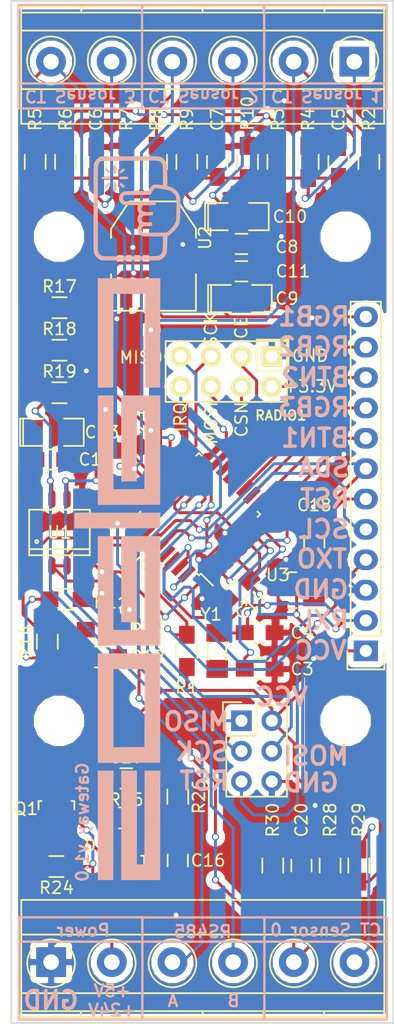
<source format=kicad_pcb>
(kicad_pcb (version 4) (host pcbnew 4.0.4-stable)
  (layers (0 F.Cu signal) (31 B.Cu signal) (34 B.Paste user) (35 F.Paste user) (36 B.SilkS user) (37 F.SilkS user) (38 B.Mask user) (39 F.Mask user) (44 Edge.Cuts user))
  (net 0 "")
  (net 1 "Net-(C1-Pad1)")
  (net 2 GND)
  (net 3 RST)
  (net 4 "Net-(C3-Pad1)")
  (net 5 "Net-(C4-Pad1)")
  (net 6 "Net-(C5-Pad1)")
  (net 7 "Net-(C6-Pad1)")
  (net 8 "Net-(C7-Pad1)")
  (net 9 VCC)
  (net 10 "Net-(C11-Pad1)")
  (net 11 "Net-(C16-Pad1)")
  (net 12 "Net-(D2-Pad1)")
  (net 13 RS485_RX)
  (net 14 RS485_TX)
  (net 15 RS485_EN)
  (net 16 A2)
  (net 17 A0)
  (net 18 A1)
  (net 19 SDA)
  (net 20 "Net-(P2-Pad2)")
  (net 21 CT1-A0)
  (net 22 CE)
  (net 23 CSN)
  (net 24 MOSI)
  (net 25 MISO)
  (net 26 SCK)
  (net 27 A3)
  (net 28 IRQ)
  (net 29 RS485-A)
  (net 30 RS485-B)
  (net 31 RGB2)
  (net 32 RGB3)
  (net 33 BTN1)
  (net 34 BTN2)
  (net 35 RGB1)
  (net 36 SCL)
  (net 37 RXI)
  (net 38 TXO)
  (module footprints:TerminalBlock_Multicomp-5-08-6pol (layer F.Cu) (at 112.8395 130.67624)
    (fp_text reference P2 hide)
    (fp_text value CONN4 hide)
    (pad 6 thru_hole circle (at 25.4 0) (size 2.5 2.5) (drill 1.3) (layers *.Cu *.Mask) (net 21 CT1-A0))
    (pad 5 thru_hole circle (at 20.32 0) (size 2.5 2.5) (drill 1.3) (layers *.Cu *.Mask) (net 27 A3))
    (pad 4 thru_hole circle (at 15.24 0) (size 2.5 2.5) (drill 1.3) (layers *.Cu *.Mask) (net 29 RS485-A))
    (pad 3 thru_hole circle (at 10.16 0) (size 2.5 2.5) (drill 1.3) (layers *.Cu *.Mask) (net 30 RS485-B))
    (pad 1 thru_hole rect (at 0 0) (size 2.5 2.5) (drill 1.3) (layers *.Cu *.Mask) (net 2 GND))
    (pad 2 thru_hole circle (at 5.08 0) (size 2.5 2.5) (drill 1.3) (layers *.Cu *.Mask) (net 20 "Net-(P2-Pad2)"))
  )
  (module Mounting_Holes:MountingHole_3.2mm_M3 (layer F.Cu) (at 113.5 70)
    (fp_text reference "" hide)
    (fp_text value "" hide)
    (pad 1 np_thru_hole circle (at 0 0) (size 3.2 3.2) (drill 3.2) (layers *.Cu *.Mask))
  )
  (module mysensors_radios:NRF24L01 (layer F.Cu) (at 132.842 78.486)
    (fp_text reference RADIO1 (at -0.772 6.474) (layer F.SilkS) (effects (font (size 0.8 0.8) (thickness 0.16))))
    (fp_text value CONN_NRF24L01 hide)
    (pad 7 thru_hole oval (at -9.144 1.524) (size 1.7272 1.7272) (drill 1.016) (layers *.Cu *.Mask F.SilkS) (net 25 MISO))
    (pad 8 thru_hole oval (at -9.144 4.064) (size 1.7272 1.7272) (drill 1.016) (layers *.Cu *.Mask F.SilkS) (net 28 IRQ))
    (pad 5 thru_hole oval (at -6.604 1.524) (size 1.7272 1.7272) (drill 1.016) (layers *.Cu *.Mask F.SilkS) (net 26 SCK))
    (pad 6 thru_hole oval (at -6.604 4.064) (size 1.7272 1.7272) (drill 1.016) (layers *.Cu *.Mask F.SilkS) (net 24 MOSI))
    (pad 3 thru_hole oval (at -4.064 1.524) (size 1.7272 1.7272) (drill 1.016) (layers *.Cu *.Mask F.SilkS) (net 22 CE))
    (pad 4 thru_hole oval (at -4.064 4.064) (size 1.7272 1.7272) (drill 1.016) (layers *.Cu *.Mask F.SilkS) (net 23 CSN))
    (pad 1 thru_hole rect (at -1.524 1.524) (size 1.7272 1.7272) (drill 1.016) (layers *.Cu *.Mask F.SilkS) (net 2 GND))
    (pad 2 thru_hole oval (at -1.524 4.064) (size 1.7272 1.7272) (drill 1.016) (layers *.Cu *.Mask F.SilkS) (net 10 "Net-(C11-Pad1)"))
  )
  (module Mounting_Holes:MountingHole_3.2mm_M3 (layer F.Cu) (at 113.5 110.5)
    (fp_text reference "" hide)
    (fp_text value "" hide)
    (pad 1 np_thru_hole circle (at 0 0) (size 3.2 3.2) (drill 3.2) (layers *.Cu *.Mask))
  )
  (module Mounting_Holes:MountingHole_3.2mm_M3 (layer F.Cu) (at 137.5 110.5)
    (fp_text reference "" hide)
    (fp_text value "" hide)
    (pad 1 np_thru_hole circle (at 0 0) (size 3.2 3.2) (drill 3.2) (layers *.Cu *.Mask))
  )
  (module Mounting_Holes:MountingHole_3.2mm_M3 (layer F.Cu) (at 137.5 70)
    (fp_text reference "" hide)
    (fp_text value "" hide)
    (pad 1 np_thru_hole circle (at 0 0) (size 3.2 3.2) (drill 3.2) (layers *.Cu *.Mask))
  )
  (module TO_SOT_Packages_SMD:SOT-23 (layer F.Cu) (at 119.126 122.428)
    (fp_text reference D2 (at -2.54 -1.524) (layer F.SilkS))
    (fp_text value TL431)
    (pad 1 smd rect (at -0.95 1.00076) (size 0.8001 0.8001) (layers F.Cu F.Paste F.Mask) (net 12 "Net-(D2-Pad1)"))
    (pad 2 smd rect (at 0.95 1.00076) (size 0.8001 0.8001) (layers F.Cu F.Paste F.Mask) (net 2 GND))
    (pad 3 smd rect (at 0 -0.99822) (size 0.8001 0.8001) (layers F.Cu F.Paste F.Mask) (net 11 "Net-(C16-Pad1)"))
  )
  (module Housings_QFP:TQFP-32_7x7mm_Pitch0.8mm (layer F.Cu) (at 125.222 93.218 135)
    (fp_text reference IC1 (at 0 -6.05 135) (layer F.SilkS))
    (fp_text value ATMEGA328-A)
    (pad 1 smd rect (at -4.25 -2.8 135) (size 1.6 0.55) (layers F.Cu F.Paste F.Mask) (net 13 RS485_RX))
    (pad 2 smd rect (at -4.25 -2 135) (size 1.6 0.55) (layers F.Cu F.Paste F.Mask) (net 33 BTN1))
    (pad 3 smd rect (at -4.25 -1.2 135) (size 1.6 0.55) (layers F.Cu F.Paste F.Mask) (net 2 GND))
    (pad 4 smd rect (at -4.25 -0.4 135) (size 1.6 0.55) (layers F.Cu F.Paste F.Mask) (net 9 VCC))
    (pad 5 smd rect (at -4.25 0.4 135) (size 1.6 0.55) (layers F.Cu F.Paste F.Mask) (net 2 GND))
    (pad 6 smd rect (at -4.25 1.2 135) (size 1.6 0.55) (layers F.Cu F.Paste F.Mask) (net 9 VCC))
    (pad 7 smd rect (at -4.25 2 135) (size 1.6 0.55) (layers F.Cu F.Paste F.Mask) (net 4 "Net-(C3-Pad1)"))
    (pad 8 smd rect (at -4.25 2.8 135) (size 1.6 0.55) (layers F.Cu F.Paste F.Mask) (net 5 "Net-(C4-Pad1)"))
    (pad 9 smd rect (at -2.8 4.25 225) (size 1.6 0.55) (layers F.Cu F.Paste F.Mask) (net 32 RGB3))
    (pad 10 smd rect (at -2 4.25 225) (size 1.6 0.55) (layers F.Cu F.Paste F.Mask) (net 34 BTN2))
    (pad 11 smd rect (at -1.2 4.25 225) (size 1.6 0.55) (layers F.Cu F.Paste F.Mask) (net 31 RGB2))
    (pad 12 smd rect (at -0.4 4.25 225) (size 1.6 0.55) (layers F.Cu F.Paste F.Mask) (net 35 RGB1))
    (pad 13 smd rect (at 0.4 4.25 225) (size 1.6 0.55) (layers F.Cu F.Paste F.Mask) (net 22 CE))
    (pad 14 smd rect (at 1.2 4.25 225) (size 1.6 0.55) (layers F.Cu F.Paste F.Mask) (net 23 CSN))
    (pad 15 smd rect (at 2 4.25 225) (size 1.6 0.55) (layers F.Cu F.Paste F.Mask) (net 24 MOSI))
    (pad 16 smd rect (at 2.8 4.25 225) (size 1.6 0.55) (layers F.Cu F.Paste F.Mask) (net 25 MISO))
    (pad 17 smd rect (at 4.25 2.8 135) (size 1.6 0.55) (layers F.Cu F.Paste F.Mask) (net 26 SCK))
    (pad 18 smd rect (at 4.25 2 135) (size 1.6 0.55) (layers F.Cu F.Paste F.Mask) (net 9 VCC))
    (pad 19 smd rect (at 4.25 1.2 135) (size 1.6 0.55) (layers F.Cu F.Paste F.Mask) (net 17 A0))
    (pad 20 smd rect (at 4.25 0.4 135) (size 1.6 0.55) (layers F.Cu F.Paste F.Mask) (net 1 "Net-(C1-Pad1)"))
    (pad 21 smd rect (at 4.25 -0.4 135) (size 1.6 0.55) (layers F.Cu F.Paste F.Mask) (net 2 GND))
    (pad 22 smd rect (at 4.25 -1.2 135) (size 1.6 0.55) (layers F.Cu F.Paste F.Mask) (net 18 A1))
    (pad 23 smd rect (at 4.25 -2 135) (size 1.6 0.55) (layers F.Cu F.Paste F.Mask) (net 16 A2))
    (pad 24 smd rect (at 4.25 -2.8 135) (size 1.6 0.55) (layers F.Cu F.Paste F.Mask) (net 27 A3))
    (pad 25 smd rect (at 2.8 -4.25 225) (size 1.6 0.55) (layers F.Cu F.Paste F.Mask) (net 14 RS485_TX))
    (pad 26 smd rect (at 2 -4.25 225) (size 1.6 0.55) (layers F.Cu F.Paste F.Mask) (net 15 RS485_EN))
    (pad 27 smd rect (at 1.2 -4.25 225) (size 1.6 0.55) (layers F.Cu F.Paste F.Mask) (net 19 SDA))
    (pad 28 smd rect (at 0.4 -4.25 225) (size 1.6 0.55) (layers F.Cu F.Paste F.Mask) (net 36 SCL))
    (pad 29 smd rect (at -0.4 -4.25 225) (size 1.6 0.55) (layers F.Cu F.Paste F.Mask) (net 3 RST))
    (pad 30 smd rect (at -1.2 -4.25 225) (size 1.6 0.55) (layers F.Cu F.Paste F.Mask) (net 37 RXI))
    (pad 31 smd rect (at -2 -4.25 225) (size 1.6 0.55) (layers F.Cu F.Paste F.Mask) (net 38 TXO))
    (pad 32 smd rect (at -2.8 -4.25 225) (size 1.6 0.55) (layers F.Cu F.Paste F.Mask) (net 28 IRQ))
  )
  (module TO_SOT_Packages_SMD:SOT-23 (layer F.Cu) (at 113.284 117.856)
    (fp_text reference Q1 (at -2.54 0) (layer F.SilkS))
    (fp_text value 2N2222)
    (pad 1 smd rect (at -0.95 1.00076) (size 0.8001 0.8001) (layers F.Cu F.Paste F.Mask) (net 12 "Net-(D2-Pad1)"))
    (pad 2 smd rect (at 0.95 1.00076) (size 0.8001 0.8001) (layers F.Cu F.Paste F.Mask) (net 20 "Net-(P2-Pad2)"))
    (pad 3 smd rect (at 0 -0.99822) (size 0.8001 0.8001) (layers F.Cu F.Paste F.Mask) (net 9 VCC))
  )
  (module Power_Integrations:SO-8 (layer F.Cu) (at 113.538 94.742)
    (fp_text reference U1 (at 0 0) (layer F.SilkS))
    (fp_text value MAX485CSA)
    (pad 1 smd oval (at -1.905 2.794) (size 0.6096 1.4732) (layers F.Cu F.Paste F.Mask) (net 14 RS485_TX))
    (pad 2 smd oval (at -0.635 2.794) (size 0.6096 1.4732) (layers F.Cu F.Paste F.Mask) (net 15 RS485_EN))
    (pad 3 smd oval (at 0.635 2.794) (size 0.6096 1.4732) (layers F.Cu F.Paste F.Mask) (net 15 RS485_EN))
    (pad 4 smd oval (at 1.905 2.794) (size 0.6096 1.4732) (layers F.Cu F.Paste F.Mask) (net 13 RS485_RX))
    (pad 5 smd oval (at 1.905 -2.794) (size 0.6096 1.4732) (layers F.Cu F.Paste F.Mask) (net 2 GND))
    (pad 6 smd oval (at 0.635 -2.794) (size 0.6096 1.4732) (layers F.Cu F.Paste F.Mask) (net 29 RS485-A))
    (pad 7 smd oval (at -0.635 -2.794) (size 0.6096 1.4732) (layers F.Cu F.Paste F.Mask) (net 30 RS485-B))
    (pad 8 smd oval (at -1.905 -2.794) (size 0.6096 1.4732) (layers F.Cu F.Paste F.Mask) (net 9 VCC))
  )
  (module TO_SOT_Packages_SMD:SOT-223 (layer F.Cu) (at 121.412 71.628)
    (fp_text reference U2 (at 4.318 -1.524 90) (layer F.SilkS))
    (fp_text value AMS1117-3.3V)
    (pad 4 smd rect (at 0 -3.302) (size 3.6576 2.032) (layers F.Cu F.Paste F.Mask) (net 2 GND))
    (pad 2 smd rect (at 0 3.302) (size 1.016 2.032) (layers F.Cu F.Paste F.Mask) (net 10 "Net-(C11-Pad1)"))
    (pad 3 smd rect (at 2.286 3.302) (size 1.016 2.032) (layers F.Cu F.Paste F.Mask) (net 9 VCC))
    (pad 1 smd rect (at -2.286 3.302) (size 1.016 2.032) (layers F.Cu F.Paste F.Mask) (net 2 GND))
  )
  (module TO_SOT_Packages_SMD:SOT-23_Handsoldering (layer F.Cu) (at 133.35 99.568 90)
    (fp_text reference U3 (at 1.27 -1.524 180) (layer F.SilkS))
    (fp_text value ATSHA204A)
    (pad 1 smd rect (at -0.95 1.50114 90) (size 0.8001 1.80086) (layers F.Cu F.Paste F.Mask) (net 19 SDA))
    (pad 2 smd rect (at 0.95 1.50114 90) (size 0.8001 1.80086) (layers F.Cu F.Paste F.Mask) (net 9 VCC))
    (pad 3 smd rect (at 0 -1.50114 90) (size 0.8001 1.80086) (layers F.Cu F.Paste F.Mask) (net 2 GND))
  )
  (module Capacitors_SMD:C_0805_HandSoldering (layer F.Cu) (at 119.38 86.614 135)
    (fp_text reference C1 (at -0.004243 1.579677 135) (layer F.SilkS))
    (fp_text value 0.1uF)
    (pad 1 smd rect (at -1.25 0 135) (size 1.5 1.25) (layers F.Cu F.Paste F.Mask) (net 1 "Net-(C1-Pad1)"))
    (pad 2 smd rect (at 1.25 0 135) (size 1.5 1.25) (layers F.Cu F.Paste F.Mask) (net 2 GND))
  )
  (module Capacitors_SMD:C_0805_HandSoldering (layer F.Cu) (at 130.302 106.172)
    (fp_text reference C3 (at 3.556 0) (layer F.SilkS))
    (fp_text value 22pF)
    (pad 1 smd rect (at -1.25 0) (size 1.5 1.25) (layers F.Cu F.Paste F.Mask) (net 4 "Net-(C3-Pad1)"))
    (pad 2 smd rect (at 1.25 0) (size 1.5 1.25) (layers F.Cu F.Paste F.Mask) (net 2 GND))
  )
  (module Capacitors_SMD:C_0805_HandSoldering (layer F.Cu) (at 130.302 103.124)
    (fp_text reference C4 (at 3.556 0) (layer F.SilkS))
    (fp_text value 22pF)
    (pad 1 smd rect (at -1.25 0) (size 1.5 1.25) (layers F.Cu F.Paste F.Mask) (net 5 "Net-(C4-Pad1)"))
    (pad 2 smd rect (at 1.25 0) (size 1.5 1.25) (layers F.Cu F.Paste F.Mask) (net 2 GND))
  )
  (module Capacitors_SMD:C_0805_HandSoldering (layer F.Cu) (at 136.906 63.754 90)
    (fp_text reference C5 (at 3.556 0 90) (layer F.SilkS))
    (fp_text value 10uF)
    (pad 1 smd rect (at -1.25 0 90) (size 1.5 1.25) (layers F.Cu F.Paste F.Mask) (net 6 "Net-(C5-Pad1)"))
    (pad 2 smd rect (at 1.25 0 90) (size 1.5 1.25) (layers F.Cu F.Paste F.Mask) (net 2 GND))
  )
  (module Capacitors_SMD:C_0805_HandSoldering (layer F.Cu) (at 116.586 63.754 90)
    (fp_text reference C6 (at 3.556 0 90) (layer F.SilkS))
    (fp_text value 10uF)
    (pad 1 smd rect (at -1.25 0 90) (size 1.5 1.25) (layers F.Cu F.Paste F.Mask) (net 7 "Net-(C6-Pad1)"))
    (pad 2 smd rect (at 1.25 0 90) (size 1.5 1.25) (layers F.Cu F.Paste F.Mask) (net 2 GND))
  )
  (module Capacitors_SMD:C_0805_HandSoldering (layer F.Cu) (at 126.746 63.754 90)
    (fp_text reference C7 (at 3.556 0 90) (layer F.SilkS))
    (fp_text value 10uF)
    (pad 1 smd rect (at -1.25 0 90) (size 1.5 1.25) (layers F.Cu F.Paste F.Mask) (net 8 "Net-(C7-Pad1)"))
    (pad 2 smd rect (at 1.25 0 90) (size 1.5 1.25) (layers F.Cu F.Paste F.Mask) (net 2 GND))
  )
  (module Capacitors_SMD:C_0805_HandSoldering (layer F.Cu) (at 128.778 70.612 180)
    (fp_text reference C8 (at -3.81 -0.254 180) (layer F.SilkS))
    (fp_text value 0.1uF)
    (pad 1 smd rect (at -1.25 0 180) (size 1.5 1.25) (layers F.Cu F.Paste F.Mask) (net 2 GND))
    (pad 2 smd rect (at 1.25 0 180) (size 1.5 1.25) (layers F.Cu F.Paste F.Mask) (net 9 VCC))
  )
  (module Capacitors_SMD:C_0805_HandSoldering (layer F.Cu) (at 128.778 72.898)
    (fp_text reference C11 (at 4.318 0) (layer F.SilkS))
    (fp_text value 0.1uF)
    (pad 1 smd rect (at -1.25 0) (size 1.5 1.25) (layers F.Cu F.Paste F.Mask) (net 10 "Net-(C11-Pad1)"))
    (pad 2 smd rect (at 1.25 0) (size 1.5 1.25) (layers F.Cu F.Paste F.Mask) (net 2 GND))
  )
  (module Capacitors_SMD:C_0805_HandSoldering (layer F.Cu) (at 112.776 88.646)
    (fp_text reference C12 (at 3.81 0) (layer F.SilkS))
    (fp_text value 0.1uF)
    (pad 1 smd rect (at -1.25 0) (size 1.5 1.25) (layers F.Cu F.Paste F.Mask) (net 9 VCC))
    (pad 2 smd rect (at 1.25 0) (size 1.5 1.25) (layers F.Cu F.Paste F.Mask) (net 2 GND))
  )
  (module Capacitors_SMD:C_0805_HandSoldering (layer F.Cu) (at 128.524 99.568 225)
    (fp_text reference C14 (at 0.179605 -1.616446 225) (layer F.SilkS))
    (fp_text value 100nF)
    (pad 1 smd rect (at -1.25 0 225) (size 1.5 1.25) (layers F.Cu F.Paste F.Mask) (net 9 VCC))
    (pad 2 smd rect (at 1.25 0 225) (size 1.5 1.25) (layers F.Cu F.Paste F.Mask) (net 2 GND))
  )
  (module Capacitors_SMD:C_0805_HandSoldering (layer F.Cu) (at 123.444 122.174 270)
    (fp_text reference C16 (at 0 -2.54 360) (layer F.SilkS))
    (fp_text value 100nF)
    (pad 1 smd rect (at -1.25 0 270) (size 1.5 1.25) (layers F.Cu F.Paste F.Mask) (net 11 "Net-(C16-Pad1)"))
    (pad 2 smd rect (at 1.25 0 270) (size 1.5 1.25) (layers F.Cu F.Paste F.Mask) (net 2 GND))
  )
  (module Capacitors_SMD:C_0805_HandSoldering (layer F.Cu) (at 119.126 115.316)
    (fp_text reference C17 (at 0 -1.778) (layer F.SilkS))
    (fp_text value 10uF)
    (pad 1 smd rect (at -1.25 0) (size 1.5 1.25) (layers F.Cu F.Paste F.Mask) (net 9 VCC))
    (pad 2 smd rect (at 1.25 0) (size 1.5 1.25) (layers F.Cu F.Paste F.Mask) (net 2 GND))
  )
  (module Capacitors_SMD:C_0805_HandSoldering (layer F.Cu) (at 134.874 95.504 90)
    (fp_text reference C18 (at 3.048 0 180) (layer F.SilkS))
    (fp_text value 100nF)
    (pad 1 smd rect (at -1.25 0 90) (size 1.5 1.25) (layers F.Cu F.Paste F.Mask) (net 9 VCC))
    (pad 2 smd rect (at 1.25 0 90) (size 1.5 1.25) (layers F.Cu F.Paste F.Mask) (net 2 GND))
  )
  (module Resistors_SMD:R_0805_HandSoldering (layer F.Cu) (at 124.206 104.648 90)
    (fp_text reference R1 (at -3.048 0 180) (layer F.SilkS))
    (fp_text value 10K)
    (pad 1 smd rect (at -1.35 0 90) (size 1.5 1.3) (layers F.Cu F.Paste F.Mask) (net 9 VCC))
    (pad 2 smd rect (at 1.35 0 90) (size 1.5 1.3) (layers F.Cu F.Paste F.Mask) (net 3 RST))
  )
  (module Resistors_SMD:R_0805_HandSoldering (layer F.Cu) (at 139.446 63.754 270)
    (fp_text reference R2 (at -3.556 0 270) (layer F.SilkS))
    (fp_text value 33)
    (pad 1 smd rect (at -1.35 0 270) (size 1.5 1.3) (layers F.Cu F.Paste F.Mask) (net 17 A0))
    (pad 2 smd rect (at 1.35 0 270) (size 1.5 1.3) (layers F.Cu F.Paste F.Mask) (net 6 "Net-(C5-Pad1)"))
  )
  (module Resistors_SMD:R_0805_HandSoldering (layer F.Cu) (at 131.826 63.754 90)
    (fp_text reference R3 (at 3.556 0 90) (layer F.SilkS))
    (fp_text value 10K)
    (pad 1 smd rect (at -1.35 0 90) (size 1.5 1.3) (layers F.Cu F.Paste F.Mask) (net 6 "Net-(C5-Pad1)"))
    (pad 2 smd rect (at 1.35 0 90) (size 1.5 1.3) (layers F.Cu F.Paste F.Mask) (net 9 VCC))
  )
  (module Resistors_SMD:R_0805_HandSoldering (layer F.Cu) (at 134.366 63.754 90)
    (fp_text reference R4 (at 3.556 0 90) (layer F.SilkS))
    (fp_text value 10K)
    (pad 1 smd rect (at -1.35 0 90) (size 1.5 1.3) (layers F.Cu F.Paste F.Mask) (net 6 "Net-(C5-Pad1)"))
    (pad 2 smd rect (at 1.35 0 90) (size 1.5 1.3) (layers F.Cu F.Paste F.Mask) (net 2 GND))
  )
  (module Resistors_SMD:R_0805_HandSoldering (layer F.Cu) (at 111.506 63.754 270)
    (fp_text reference R5 (at -3.556 0 270) (layer F.SilkS))
    (fp_text value 33)
    (pad 1 smd rect (at -1.35 0 270) (size 1.5 1.3) (layers F.Cu F.Paste F.Mask) (net 16 A2))
    (pad 2 smd rect (at 1.35 0 270) (size 1.5 1.3) (layers F.Cu F.Paste F.Mask) (net 7 "Net-(C6-Pad1)"))
  )
  (module Resistors_SMD:R_0805_HandSoldering (layer F.Cu) (at 114.046 63.754 90)
    (fp_text reference R6 (at 3.556 0 90) (layer F.SilkS))
    (fp_text value 10K)
    (pad 1 smd rect (at -1.35 0 90) (size 1.5 1.3) (layers F.Cu F.Paste F.Mask) (net 7 "Net-(C6-Pad1)"))
    (pad 2 smd rect (at 1.35 0 90) (size 1.5 1.3) (layers F.Cu F.Paste F.Mask) (net 9 VCC))
  )
  (module Resistors_SMD:R_0805_HandSoldering (layer F.Cu) (at 119.126 63.754 90)
    (fp_text reference R7 (at 3.556 0 90) (layer F.SilkS))
    (fp_text value 10K)
    (pad 1 smd rect (at -1.35 0 90) (size 1.5 1.3) (layers F.Cu F.Paste F.Mask) (net 7 "Net-(C6-Pad1)"))
    (pad 2 smd rect (at 1.35 0 90) (size 1.5 1.3) (layers F.Cu F.Paste F.Mask) (net 2 GND))
  )
  (module Resistors_SMD:R_0805_HandSoldering (layer F.Cu) (at 121.666 63.754 270)
    (fp_text reference R8 (at -3.556 0 270) (layer F.SilkS))
    (fp_text value 33)
    (pad 1 smd rect (at -1.35 0 270) (size 1.5 1.3) (layers F.Cu F.Paste F.Mask) (net 18 A1))
    (pad 2 smd rect (at 1.35 0 270) (size 1.5 1.3) (layers F.Cu F.Paste F.Mask) (net 8 "Net-(C7-Pad1)"))
  )
  (module Resistors_SMD:R_0805_HandSoldering (layer F.Cu) (at 124.206 63.754 90)
    (fp_text reference R9 (at 3.556 0 90) (layer F.SilkS))
    (fp_text value 10K)
    (pad 1 smd rect (at -1.35 0 90) (size 1.5 1.3) (layers F.Cu F.Paste F.Mask) (net 8 "Net-(C7-Pad1)"))
    (pad 2 smd rect (at 1.35 0 90) (size 1.5 1.3) (layers F.Cu F.Paste F.Mask) (net 9 VCC))
  )
  (module Resistors_SMD:R_0805_HandSoldering (layer F.Cu) (at 129.286 63.754 90)
    (fp_text reference R10 (at 4.064 0 90) (layer F.SilkS))
    (fp_text value 10K)
    (pad 1 smd rect (at -1.35 0 90) (size 1.5 1.3) (layers F.Cu F.Paste F.Mask) (net 8 "Net-(C7-Pad1)"))
    (pad 2 smd rect (at 1.35 0 90) (size 1.5 1.3) (layers F.Cu F.Paste F.Mask) (net 2 GND))
  )
  (module Resistors_SMD:R_0805_HandSoldering (layer F.Cu) (at 114.046 100.33)
    (fp_text reference R11 (at 3.81 0.254) (layer F.SilkS))
    (fp_text value 10K)
    (pad 1 smd rect (at -1.35 0) (size 1.5 1.3) (layers F.Cu F.Paste F.Mask) (net 9 VCC))
    (pad 2 smd rect (at 1.35 0) (size 1.5 1.3) (layers F.Cu F.Paste F.Mask) (net 13 RS485_RX))
  )
  (module Resistors_SMD:R_0805_HandSoldering (layer F.Cu) (at 117.094 105.156)
    (fp_text reference R12 (at 3.81 0) (layer F.SilkS))
    (fp_text value 10K)
    (pad 1 smd rect (at -1.35 0) (size 1.5 1.3) (layers F.Cu F.Paste F.Mask) (net 9 VCC))
    (pad 2 smd rect (at 1.35 0) (size 1.5 1.3) (layers F.Cu F.Paste F.Mask) (net 15 RS485_EN))
  )
  (module Resistors_SMD:R_0805_HandSoldering (layer F.Cu) (at 117.094 102.87)
    (fp_text reference R13 (at 3.81 0) (layer F.SilkS))
    (fp_text value 10K)
    (pad 1 smd rect (at -1.35 0) (size 1.5 1.3) (layers F.Cu F.Paste F.Mask) (net 9 VCC))
    (pad 2 smd rect (at 1.35 0) (size 1.5 1.3) (layers F.Cu F.Paste F.Mask) (net 15 RS485_EN))
  )
  (module Resistors_SMD:R_0805_HandSoldering (layer F.Cu) (at 112.522 103.886 90)
    (fp_text reference R14 (at 0 -1.778 90) (layer F.SilkS))
    (fp_text value 10KR)
    (pad 1 smd rect (at -1.35 0 90) (size 1.5 1.3) (layers F.Cu F.Paste F.Mask) (net 9 VCC))
    (pad 2 smd rect (at 1.35 0 90) (size 1.5 1.3) (layers F.Cu F.Paste F.Mask) (net 14 RS485_TX))
  )
  (module Resistors_SMD:R_0805_HandSoldering (layer F.Cu) (at 113.538 75.946)
    (fp_text reference R17 (at 0 -1.778) (layer F.SilkS))
    (fp_text value 20K)
    (pad 1 smd rect (at -1.35 0) (size 1.5 1.3) (layers F.Cu F.Paste F.Mask) (net 9 VCC))
    (pad 2 smd rect (at 1.35 0) (size 1.5 1.3) (layers F.Cu F.Paste F.Mask) (net 29 RS485-A))
  )
  (module Resistors_SMD:R_0805_HandSoldering (layer F.Cu) (at 113.538 79.502)
    (fp_text reference R18 (at 0 -1.778) (layer F.SilkS))
    (fp_text value 20K)
    (pad 1 smd rect (at -1.35 0) (size 1.5 1.3) (layers F.Cu F.Paste F.Mask) (net 30 RS485-B))
    (pad 2 smd rect (at 1.35 0) (size 1.5 1.3) (layers F.Cu F.Paste F.Mask) (net 2 GND))
  )
  (module Resistors_SMD:R_0805_HandSoldering (layer F.Cu) (at 113.538 83.058)
    (fp_text reference R19 (at 0 -1.778) (layer F.SilkS))
    (fp_text value 120)
    (pad 1 smd rect (at -1.35 0) (size 1.5 1.3) (layers F.Cu F.Paste F.Mask) (net 30 RS485-B))
    (pad 2 smd rect (at 1.35 0) (size 1.5 1.3) (layers F.Cu F.Paste F.Mask) (net 29 RS485-A))
  )
  (module Resistors_SMD:R_0805_HandSoldering (layer F.Cu) (at 113.284 122.682 180)
    (fp_text reference R24 (at 0 -1.778 180) (layer F.SilkS))
    (fp_text value 1.5K)
    (pad 1 smd rect (at -1.35 0 180) (size 1.5 1.3) (layers F.Cu F.Paste F.Mask) (net 20 "Net-(P2-Pad2)"))
    (pad 2 smd rect (at 1.35 0 180) (size 1.5 1.3) (layers F.Cu F.Paste F.Mask) (net 12 "Net-(D2-Pad1)"))
  )
  (module Resistors_SMD:R_0805_HandSoldering (layer F.Cu) (at 119.126 118.618)
    (fp_text reference R25 (at 0 -1.524) (layer F.SilkS))
    (fp_text value 27.4K)
    (pad 1 smd rect (at -1.35 0) (size 1.5 1.3) (layers F.Cu F.Paste F.Mask) (net 9 VCC))
    (pad 2 smd rect (at 1.35 0) (size 1.5 1.3) (layers F.Cu F.Paste F.Mask) (net 11 "Net-(C16-Pad1)"))
  )
  (module Resistors_SMD:R_0805_HandSoldering (layer F.Cu) (at 123.444 116.84 90)
    (fp_text reference R26 (at 0 1.778 90) (layer F.SilkS))
    (fp_text value 27.4K)
    (pad 1 smd rect (at -1.35 0 90) (size 1.5 1.3) (layers F.Cu F.Paste F.Mask) (net 11 "Net-(C16-Pad1)"))
    (pad 2 smd rect (at 1.35 0 90) (size 1.5 1.3) (layers F.Cu F.Paste F.Mask) (net 2 GND))
  )
  (module Capacitors_SMD:C_0805_HandSoldering (layer F.Cu) (at 133.8 122.6 270)
    (fp_text reference C20 (at -3.81 0 270) (layer F.SilkS))
    (fp_text value 10uF)
    (pad 1 smd rect (at -1.25 0 270) (size 1.5 1.25) (layers F.Cu F.Paste F.Mask) (net 21 CT1-A0))
    (pad 2 smd rect (at 1.25 0 270) (size 1.5 1.25) (layers F.Cu F.Paste F.Mask) (net 2 GND))
  )
  (module Pin_Headers:Pin_Header_Straight_2x03 (layer F.Cu) (at 128.778 110.49)
    (fp_text reference P3 hide)
    (fp_text value CONN_ICSP)
    (pad 1 thru_hole rect (at 0 0) (size 1.7272 1.7272) (drill 1.016) (layers *.Cu *.Mask) (net 25 MISO))
    (pad 2 thru_hole oval (at 2.54 0) (size 1.7272 1.7272) (drill 1.016) (layers *.Cu *.Mask) (net 9 VCC))
    (pad 3 thru_hole oval (at 0 2.54) (size 1.7272 1.7272) (drill 1.016) (layers *.Cu *.Mask) (net 26 SCK))
    (pad 4 thru_hole oval (at 2.54 2.54) (size 1.7272 1.7272) (drill 1.016) (layers *.Cu *.Mask) (net 24 MOSI))
    (pad 5 thru_hole oval (at 0 5.08) (size 1.7272 1.7272) (drill 1.016) (layers *.Cu *.Mask) (net 3 RST))
    (pad 6 thru_hole oval (at 2.54 5.08) (size 1.7272 1.7272) (drill 1.016) (layers *.Cu *.Mask) (net 2 GND))
  )
  (module Resistors_SMD:R_0805_HandSoldering (layer F.Cu) (at 136.2 122.6 90)
    (fp_text reference R28 (at 3.81 0 90) (layer F.SilkS))
    (fp_text value 33)
    (pad 1 smd rect (at -1.35 0 90) (size 1.5 1.3) (layers F.Cu F.Paste F.Mask) (net 27 A3))
    (pad 2 smd rect (at 1.35 0 90) (size 1.5 1.3) (layers F.Cu F.Paste F.Mask) (net 21 CT1-A0))
  )
  (module Resistors_SMD:R_0805_HandSoldering (layer F.Cu) (at 138.6 122.6 270)
    (fp_text reference R29 (at -3.81 0 270) (layer F.SilkS))
    (fp_text value 10K)
    (pad 1 smd rect (at -1.35 0 270) (size 1.5 1.3) (layers F.Cu F.Paste F.Mask) (net 21 CT1-A0))
    (pad 2 smd rect (at 1.35 0 270) (size 1.5 1.3) (layers F.Cu F.Paste F.Mask) (net 9 VCC))
  )
  (module Resistors_SMD:R_0805_HandSoldering (layer F.Cu) (at 131.4 122.6 270)
    (fp_text reference R30 (at -3.81 0 270) (layer F.SilkS))
    (fp_text value 10K)
    (pad 1 smd rect (at -1.35 0 270) (size 1.5 1.3) (layers F.Cu F.Paste F.Mask) (net 21 CT1-A0))
    (pad 2 smd rect (at 1.35 0 270) (size 1.5 1.3) (layers F.Cu F.Paste F.Mask) (net 2 GND))
  )
  (module mysensors_obscurities:XTAL_3.2x1.5mm (layer F.Cu) (at 126.746 104.648 90)
    (fp_text reference Y1 (at 3.048 -0.508 360) (layer F.SilkS))
    (fp_text value Crystal)
    (pad 1 smd rect (at -1.5 0 90) (size 1.5 1.8) (layers F.Cu F.Paste F.Mask) (net 4 "Net-(C3-Pad1)"))
    (pad 2 smd rect (at 1.5 0 90) (size 1.5 1.8) (layers F.Cu F.Paste F.Mask) (net 5 "Net-(C4-Pad1)"))
  )
  (module footprints:TerminalBlock_Multicomp-5-08-6pol (layer F.Cu) (at 138.2268 55.364 180)
    (fp_text reference P5 hide)
    (fp_text value CONN6 hide)
    (pad 6 thru_hole circle (at 25.4 0 180) (size 2.5 2.5) (drill 1.3) (layers *.Cu *.Mask) (net 16 A2))
    (pad 5 thru_hole circle (at 20.32 0 180) (size 2.5 2.5) (drill 1.3) (layers *.Cu *.Mask) (net 7 "Net-(C6-Pad1)"))
    (pad 4 thru_hole circle (at 15.24 0 180) (size 2.5 2.5) (drill 1.3) (layers *.Cu *.Mask) (net 18 A1))
    (pad 3 thru_hole circle (at 10.16 0 180) (size 2.5 2.5) (drill 1.3) (layers *.Cu *.Mask) (net 8 "Net-(C7-Pad1)"))
    (pad 1 thru_hole rect (at 0 0 180) (size 2.5 2.5) (drill 1.3) (layers *.Cu *.Mask) (net 6 "Net-(C5-Pad1)"))
    (pad 2 thru_hole circle (at 5.08 0 180) (size 2.5 2.5) (drill 1.3) (layers *.Cu *.Mask) (net 17 A0))
  )
  (module Socket_Strips:Socket_Strip_Straight_1x12 (layer F.Cu) (at 139.192 104.648 90)
    (fp_text reference P1 hide)
    (fp_text value CONN_02X06 hide)
    (pad 1 thru_hole rect (at 0 0 90) (size 1.7272 2.032) (drill 1.016) (layers *.Cu *.Mask) (net 9 VCC))
    (pad 2 thru_hole oval (at 2.54 0 90) (size 1.7272 2.032) (drill 1.016) (layers *.Cu *.Mask) (net 37 RXI))
    (pad 3 thru_hole oval (at 5.08 0 90) (size 1.7272 2.032) (drill 1.016) (layers *.Cu *.Mask) (net 2 GND))
    (pad 4 thru_hole oval (at 7.62 0 90) (size 1.7272 2.032) (drill 1.016) (layers *.Cu *.Mask) (net 38 TXO))
    (pad 5 thru_hole oval (at 10.16 0 90) (size 1.7272 2.032) (drill 1.016) (layers *.Cu *.Mask) (net 36 SCL))
    (pad 6 thru_hole oval (at 12.7 0 90) (size 1.7272 2.032) (drill 1.016) (layers *.Cu *.Mask) (net 3 RST))
    (pad 7 thru_hole oval (at 15.24 0 90) (size 1.7272 2.032) (drill 1.016) (layers *.Cu *.Mask) (net 19 SDA))
    (pad 8 thru_hole oval (at 17.78 0 90) (size 1.7272 2.032) (drill 1.016) (layers *.Cu *.Mask) (net 33 BTN1))
    (pad 9 thru_hole oval (at 20.32 0 90) (size 1.7272 2.032) (drill 1.016) (layers *.Cu *.Mask) (net 32 RGB3))
    (pad 10 thru_hole oval (at 22.86 0 90) (size 1.7272 2.032) (drill 1.016) (layers *.Cu *.Mask) (net 34 BTN2))
    (pad 11 thru_hole oval (at 25.4 0 90) (size 1.7272 2.032) (drill 1.016) (layers *.Cu *.Mask) (net 31 RGB2))
    (pad 12 thru_hole oval (at 27.94 0 90) (size 1.7272 2.032) (drill 1.016) (layers *.Cu *.Mask) (net 35 RGB1))
  )
  (module SMD_Packages:SMD-1206_Pol (layer F.Cu) (at 128.778 75.184)
    (fp_text reference C9 (at 3.81 0) (layer F.SilkS))
    (fp_text value 10uF)
    (pad 1 smd rect (at -1.651 0) (size 1.524 2.032) (layers F.Cu F.Paste F.Mask) (net 10 "Net-(C11-Pad1)"))
    (pad 2 smd rect (at 1.651 0) (size 1.524 2.032) (layers F.Cu F.Paste F.Mask) (net 2 GND))
  )
  (module SMD_Packages:SMD-1206_Pol (layer F.Cu) (at 128.524 68.326)
    (fp_text reference C10 (at 4.318 0) (layer F.SilkS))
    (fp_text value 10uF)
    (pad 1 smd rect (at -1.651 0) (size 1.524 2.032) (layers F.Cu F.Paste F.Mask) (net 9 VCC))
    (pad 2 smd rect (at 1.651 0) (size 1.524 2.032) (layers F.Cu F.Paste F.Mask) (net 2 GND))
  )
  (module SMD_Packages:SMD-1206_Pol (layer F.Cu) (at 113.03 86.36)
    (fp_text reference C13 (at 4.064 0) (layer F.SilkS))
    (fp_text value 10uF)
    (pad 1 smd rect (at -1.651 0) (size 1.524 2.032) (layers F.Cu F.Paste F.Mask) (net 9 VCC))
    (pad 2 smd rect (at 1.651 0) (size 1.524 2.032) (layers F.Cu F.Paste F.Mask) (net 2 GND))
  )
  (module libs:calaos_logo (layer B.Cu) (at 119.92 93.32 270)
    (fp_text reference G*** hide)
    (fp_text value LOGO hide)
  )
  (gr_text CE (at 128.76 77.62 90) (layer F.SilkS) (effects (font (size 1 1))))
  (gr_text SCK (at 126.22 77.77 90) (layer F.SilkS) (effects (font (size 1 1))))
  (gr_text MISO (at 120.38 80.1) (layer F.SilkS) (effects (font (size 1 1))))
  (gr_text IRQ (at 123.67 85.1 90) (layer F.SilkS) (effects (font (size 1 1))))
  (gr_text MOSI (at 126.25 85.59 90) (layer F.SilkS) (effects (font (size 1 1))))
  (gr_text CSN (at 128.78 85.28 90) (layer F.SilkS) (effects (font (size 1 1))))
  (gr_text +3.3V (at 134.53 82.53) (layer F.SilkS) (effects (font (size 1 1))))
  (gr_text GND (at 134.53 79.96) (layer F.SilkS) (effects (font (size 1 1))))
  (gr_text "Gateway v1.0" (at 115.46 118.97 90) (layer B.SilkS) (effects (font (size 1 1) (thickness 0.2)) (justify mirror)))
  (gr_text "CT Sensor 3" (at 115.28 58.23 180) (layer B.SilkS) (effects (font (size 1 1) (thickness 0.2)) (justify mirror)))
  (gr_text "CT Sensor 2" (at 125.59 58.2 180) (layer B.SilkS) (effects (font (size 1 1) (thickness 0.2)) (justify mirror)))
  (gr_line (start 110.2 57.19) (end 110.2 57.14) (angle 90) (layer B.SilkS) (width 0.2))
  (gr_line (start 140.82 57.19) (end 110.2 57.19) (angle 90) (layer B.SilkS) (width 0.2))
  (gr_line (start 120.45 50.77) (end 120.53 50.77) (angle 90) (layer B.SilkS) (width 0.2))
  (gr_line (start 120.45 59.18) (end 120.45 50.77) (angle 90) (layer B.SilkS) (width 0.2))
  (gr_line (start 130.66 59.18) (end 130.65 59.18) (angle 90) (layer B.SilkS) (width 0.2))
  (gr_line (start 130.68 59.2) (end 130.66 59.18) (angle 90) (layer B.SilkS) (width 0.2))
  (gr_line (start 130.68 50.71) (end 130.68 59.2) (angle 90) (layer B.SilkS) (width 0.2))
  (gr_line (start 140.93 50.63) (end 140.93 59.28) (angle 90) (layer B.SilkS) (width 0.2))
  (gr_line (start 110.11 50.63) (end 140.93 50.63) (angle 90) (layer B.SilkS) (width 0.2))
  (gr_line (start 110.11 59.28) (end 110.11 50.63) (angle 90) (layer B.SilkS) (width 0.2))
  (gr_line (start 140.97 59.28) (end 110.11 59.28) (angle 90) (layer B.SilkS) (width 0.2))
  (gr_text "CT Sensor 1" (at 135.9 58.22 180) (layer B.SilkS) (effects (font (size 1 1) (thickness 0.2)) (justify mirror)))
  (gr_text "CT Sensor 0" (at 135.84 128) (layer B.SilkS) (effects (font (size 1 1) (thickness 0.2)) (justify mirror)))
  (gr_line (start 110.13 128.97) (end 140.88 128.97) (angle 90) (layer B.SilkS) (width 0.2))
  (gr_line (start 130.7 135.39) (end 130.66 135.39) (angle 90) (layer B.SilkS) (width 0.2))
  (gr_line (start 130.7 127.04) (end 130.7 135.39) (angle 90) (layer B.SilkS) (width 0.2))
  (gr_line (start 120.43 135.48) (end 120.43 135.5) (angle 90) (layer B.SilkS) (width 0.2))
  (gr_line (start 140.96 135.48) (end 120.43 135.48) (angle 90) (layer B.SilkS) (width 0.2))
  (gr_line (start 140.96 126.94) (end 140.96 135.48) (angle 90) (layer B.SilkS) (width 0.2))
  (gr_line (start 120.47 126.94) (end 140.96 126.94) (angle 90) (layer B.SilkS) (width 0.2))
  (gr_text RS485 (at 125.53 128.13) (layer B.SilkS) (effects (font (size 1 1) (thickness 0.2)) (justify mirror)))
  (gr_line (start 110.14 126.93) (end 110.47 126.93) (angle 90) (layer B.SilkS) (width 0.2))
  (gr_line (start 110.14 135.48) (end 110.14 126.93) (angle 90) (layer B.SilkS) (width 0.2))
  (gr_line (start 120.48 135.48) (end 110.14 135.48) (angle 90) (layer B.SilkS) (width 0.2))
  (gr_line (start 120.48 126.93) (end 120.48 135.48) (angle 90) (layer B.SilkS) (width 0.2))
  (gr_line (start 110.36 126.93) (end 120.48 126.93) (angle 90) (layer B.SilkS) (width 0.2))
  (gr_text Power (at 115.53 128.02) (layer B.SilkS) (effects (font (size 1 1) (thickness 0.2)) (justify mirror)))
  (gr_text B (at 128.11 133.91) (layer B.SilkS) (effects (font (size 1 1) (thickness 0.2)) (justify mirror)))
  (gr_text A (at 123.04 133.91) (layer B.SilkS) (effects (font (size 1 1) (thickness 0.2)) (justify mirror)))
  (gr_text "+5V\n+24V" (at 117.96 133.89) (layer B.SilkS) (effects (font (size 1 1) (thickness 0.2)) (justify mirror)))
  (gr_text GND (at 112.82 133.87) (layer B.SilkS) (effects (font (size 1.5 1.5) (thickness 0.3)) (justify mirror)))
  (gr_text MISO (at 125 110.56) (layer B.SilkS) (effects (font (size 1.5 1.5) (thickness 0.3)) (justify mirror)))
  (gr_text SCK (at 125.48 113.07) (layer B.SilkS) (effects (font (size 1.5 1.5) (thickness 0.3)) (justify mirror)))
  (gr_text RST (at 125.67 115.53) (layer B.SilkS) (effects (font (size 1.5 1.5) (thickness 0.3)) (justify mirror)))
  (gr_text GND (at 134.61 115.67) (layer B.SilkS) (effects (font (size 1.5 1.5) (thickness 0.3)) (justify mirror)))
  (gr_text MOSI (at 135.01 113.44) (layer B.SilkS) (effects (font (size 1.5 1.5) (thickness 0.3)) (justify mirror)))
  (gr_text VCC (at 132.16 108.49) (layer B.SilkS) (effects (font (size 1.5 1.5) (thickness 0.3)) (justify mirror)))
  (gr_text VCC (at 135.4 104.61) (layer B.SilkS) (effects (font (size 1.5 1.5) (thickness 0.3)) (justify mirror)))
  (gr_text RXI (at 135.93 102.09) (layer B.SilkS) (effects (font (size 1.5 1.5) (thickness 0.3)) (justify mirror)))
  (gr_text GND (at 135.43 99.52) (layer B.SilkS) (effects (font (size 1.5 1.5) (thickness 0.3)) (justify mirror)))
  (gr_text TXO (at 135.51 96.95) (layer B.SilkS) (effects (font (size 1.5 1.5) (thickness 0.3)) (justify mirror)))
  (gr_text SCL (at 135.68 94.47) (layer B.SilkS) (effects (font (size 1.5 1.5) (thickness 0.3)) (justify mirror)))
  (gr_text RST (at 135.76 91.92) (layer B.SilkS) (effects (font (size 1.5 1.5) (thickness 0.3)) (justify mirror)))
  (gr_text SDA (at 135.68 89.32) (layer B.SilkS) (effects (font (size 1.5 1.5) (thickness 0.3)) (justify mirror)))
  (gr_text BTN1 (at 134.95 86.84) (layer B.SilkS) (effects (font (size 1.5 1.5) (thickness 0.3)) (justify mirror)))
  (gr_text RGB3 (at 134.84 84.29) (layer B.SilkS) (effects (font (size 1.5 1.5) (thickness 0.3)) (justify mirror)))
  (gr_text BTN2 (at 134.98 81.78) (layer B.SilkS) (effects (font (size 1.5 1.5) (thickness 0.3)) (justify mirror)))
  (gr_text RGB2 (at 134.84 79.22) (layer B.SilkS) (effects (font (size 1.5 1.5) (thickness 0.3)) (justify mirror)))
  (gr_text RGB1 (at 134.84 76.7) (layer B.SilkS) (effects (font (size 1.5 1.5) (thickness 0.3)) (justify mirror)))
  (gr_line (start 109.5 135.784007) (end 109.5 50.284) (angle 90) (layer Edge.Cuts) (width 0.15))
  (gr_line (start 109.5 135.784007) (end 141.5 135.784007) (angle 90) (layer Edge.Cuts) (width 0.15))
  (gr_line (start 141.5 50.284) (end 141.5 135.784007) (angle 90) (layer Edge.Cuts) (width 0.15))
  (gr_line (start 109.5 50.284) (end 141.5 50.284) (angle 90) (layer Edge.Cuts) (width 0.15))
  (segment (start 120.263883 87.497883) (end 120.263883 87.694197) (width 0.25) (layer F.Cu) (net 1))
  (segment (start 120.263883 87.694197) (end 122.499639 89.929953) (width 0.25) (layer F.Cu) (net 1))
  (segment (start 122.499639 89.929953) (end 122.441953 89.929953) (width 0.25) (layer F.Cu) (net 1))
  (segment (start 134.69 76.79) (end 134.538 76.79) (width 0.25) (layer B.Cu) (net 2))
  (segment (start 134.538 76.79) (end 131.318 80.01) (width 0.25) (layer B.Cu) (net 2))
  (segment (start 131.318 115.57) (end 132.95 115.57) (width 0.25) (layer F.Cu) (net 2))
  (segment (start 133.948 106.172) (end 131.552 106.172) (width 0.25) (layer F.Cu) (net 2))
  (segment (start 134.82 105.3) (end 133.948 106.172) (width 0.25) (layer F.Cu) (net 2))
  (via (at 134.82 105.3) (size 0.6) (drill 0.4) (layers F.Cu B.Cu) (net 2))
  (segment (start 133.908002 106.211998) (end 134.82 105.3) (width 0.25) (layer B.Cu) (net 2))
  (segment (start 133.908002 116.528002) (end 133.908002 106.211998) (width 0.25) (layer B.Cu) (net 2))
  (segment (start 134.95 117.57) (end 133.908002 116.528002) (width 0.25) (layer B.Cu) (net 2))
  (via (at 134.95 117.57) (size 0.6) (drill 0.4) (layers F.Cu B.Cu) (net 2))
  (segment (start 132.95 115.57) (end 134.95 117.57) (width 0.25) (layer F.Cu) (net 2))
  (segment (start 112.8395 130.67624) (end 112.8395 129.4005) (width 0.25) (layer B.Cu) (net 2))
  (segment (start 123.444 126.596) (end 123.444 123.424) (width 0.25) (layer F.Cu) (net 2))
  (segment (start 123.3 126.74) (end 123.444 126.596) (width 0.25) (layer F.Cu) (net 2))
  (via (at 123.3 126.74) (size 0.6) (drill 0.4) (layers F.Cu B.Cu) (net 2))
  (segment (start 115.5 126.74) (end 123.3 126.74) (width 0.25) (layer B.Cu) (net 2))
  (segment (start 112.8395 129.4005) (end 115.5 126.74) (width 0.25) (layer B.Cu) (net 2))
  (segment (start 131.4 123.95) (end 130.51 123.95) (width 0.25) (layer F.Cu) (net 2))
  (segment (start 129.21 122.65) (end 129.21 119.202) (width 0.25) (layer F.Cu) (net 2))
  (segment (start 130.51 123.95) (end 129.21 122.65) (width 0.25) (layer F.Cu) (net 2))
  (segment (start 123.444 123.424) (end 123.836 123.424) (width 0.25) (layer F.Cu) (net 2))
  (segment (start 123.836 123.424) (end 124.87 122.39) (width 0.25) (layer F.Cu) (net 2))
  (segment (start 124.87 116.916) (end 123.444 115.49) (width 0.25) (layer F.Cu) (net 2))
  (segment (start 124.87 122.39) (end 124.87 116.916) (width 0.25) (layer F.Cu) (net 2))
  (segment (start 115.78 81.22) (end 116.55 81.22) (width 0.25) (layer B.Cu) (net 2))
  (segment (start 119.126 76.084) (end 119.126 74.93) (width 0.25) (layer F.Cu) (net 2))
  (segment (start 118.34 76.87) (end 119.126 76.084) (width 0.25) (layer F.Cu) (net 2))
  (via (at 118.34 76.87) (size 0.6) (drill 0.4) (layers F.Cu B.Cu) (net 2))
  (segment (start 118.34 79.43) (end 118.34 76.87) (width 0.25) (layer B.Cu) (net 2))
  (segment (start 116.55 81.22) (end 118.34 79.43) (width 0.25) (layer B.Cu) (net 2))
  (segment (start 114.888 79.502) (end 114.888 80.328) (width 0.25) (layer F.Cu) (net 2))
  (segment (start 117.41 84.47) (end 118.496117 85.556117) (width 0.25) (layer F.Cu) (net 2))
  (via (at 117.41 84.47) (size 0.6) (drill 0.4) (layers F.Cu B.Cu) (net 2))
  (segment (start 117.41 82.85) (end 117.41 84.47) (width 0.25) (layer B.Cu) (net 2))
  (segment (start 115.78 81.22) (end 117.41 82.85) (width 0.25) (layer B.Cu) (net 2))
  (via (at 115.78 81.22) (size 0.6) (drill 0.4) (layers F.Cu B.Cu) (net 2))
  (segment (start 114.888 80.328) (end 115.78 81.22) (width 0.25) (layer F.Cu) (net 2))
  (segment (start 118.496117 85.556117) (end 118.496117 85.730117) (width 0.25) (layer F.Cu) (net 2))
  (segment (start 121.933953 90.495639) (end 121.865639 90.495639) (width 0.25) (layer F.Cu) (net 2))
  (segment (start 121.865639 90.495639) (end 119.82 88.45) (width 0.25) (layer F.Cu) (net 2))
  (segment (start 119.82 88.45) (end 117.49 88.45) (width 0.25) (layer F.Cu) (net 2))
  (segment (start 115.443 91.948) (end 116.212 91.948) (width 0.25) (layer F.Cu) (net 2))
  (segment (start 117.49 86.736234) (end 118.496117 85.730117) (width 0.25) (layer F.Cu) (net 2))
  (segment (start 117.49 90.67) (end 117.49 88.45) (width 0.25) (layer F.Cu) (net 2))
  (segment (start 117.49 88.45) (end 117.49 86.736234) (width 0.25) (layer F.Cu) (net 2))
  (segment (start 116.212 91.948) (end 117.49 90.67) (width 0.25) (layer F.Cu) (net 2))
  (segment (start 132.12 69.98) (end 132.12 58.86) (width 0.25) (layer B.Cu) (net 2))
  (segment (start 132.12 58.86) (end 132.36 58.62) (width 0.25) (layer B.Cu) (net 2))
  (segment (start 129.286 62.404) (end 129.286 60.826) (width 0.25) (layer F.Cu) (net 2))
  (segment (start 129.286 60.826) (end 129.05 60.59) (width 0.25) (layer F.Cu) (net 2))
  (via (at 129.05 60.59) (size 0.6) (drill 0.4) (layers F.Cu B.Cu) (net 2))
  (segment (start 129.05 60.59) (end 131.02 58.62) (width 0.25) (layer B.Cu) (net 2))
  (segment (start 131.02 58.62) (end 132.36 58.62) (width 0.25) (layer B.Cu) (net 2))
  (segment (start 136.906 61.026) (end 136.906 62.504) (width 0.25) (layer F.Cu) (net 2))
  (via (at 132.36 58.62) (size 0.6) (drill 0.4) (layers F.Cu B.Cu) (net 2))
  (segment (start 132.36 58.62) (end 134.5 58.62) (width 0.25) (layer F.Cu) (net 2))
  (segment (start 134.5 58.62) (end 136.906 61.026) (width 0.25) (layer F.Cu) (net 2))
  (segment (start 134.366 62.404) (end 136.806 62.404) (width 0.25) (layer F.Cu) (net 2))
  (segment (start 136.806 62.404) (end 136.906 62.504) (width 0.25) (layer F.Cu) (net 2))
  (segment (start 126.746 62.504) (end 129.186 62.504) (width 0.25) (layer F.Cu) (net 2))
  (segment (start 129.186 62.504) (end 129.286 62.404) (width 0.25) (layer F.Cu) (net 2))
  (segment (start 116.586 62.504) (end 119.026 62.504) (width 0.25) (layer F.Cu) (net 2))
  (segment (start 119.026 62.504) (end 119.126 62.404) (width 0.25) (layer F.Cu) (net 2))
  (segment (start 119.68 70.9) (end 119.68 61.02) (width 0.25) (layer B.Cu) (net 2))
  (segment (start 119.126 60.466) (end 119.126 62.404) (width 0.25) (layer F.Cu) (net 2))
  (segment (start 118.89 60.23) (end 119.126 60.466) (width 0.25) (layer F.Cu) (net 2))
  (via (at 118.89 60.23) (size 0.6) (drill 0.4) (layers F.Cu B.Cu) (net 2))
  (segment (start 119.68 61.02) (end 118.89 60.23) (width 0.25) (layer B.Cu) (net 2))
  (segment (start 119.126 74.93) (end 119.126 73.654) (width 0.25) (layer F.Cu) (net 2))
  (segment (start 119.126 73.654) (end 119.75 73.03) (width 0.25) (layer F.Cu) (net 2))
  (via (at 119.75 73.03) (size 0.6) (drill 0.4) (layers F.Cu B.Cu) (net 2))
  (segment (start 119.75 73.03) (end 119.68 72.96) (width 0.25) (layer B.Cu) (net 2))
  (segment (start 119.68 72.96) (end 119.68 70.9) (width 0.25) (layer B.Cu) (net 2))
  (segment (start 132.12 69.98) (end 130.466 68.326) (width 0.25) (layer F.Cu) (net 2))
  (via (at 132.12 69.98) (size 0.6) (drill 0.4) (layers F.Cu B.Cu) (net 2))
  (segment (start 124.54 69.98) (end 132.12 69.98) (width 0.25) (layer B.Cu) (net 2))
  (segment (start 123.87 70.65) (end 124.54 69.98) (width 0.25) (layer B.Cu) (net 2))
  (via (at 123.87 70.65) (size 0.6) (drill 0.4) (layers F.Cu B.Cu) (net 2))
  (segment (start 119.93 70.65) (end 123.87 70.65) (width 0.25) (layer F.Cu) (net 2))
  (segment (start 119.68 70.9) (end 119.93 70.65) (width 0.25) (layer F.Cu) (net 2))
  (via (at 119.68 70.9) (size 0.6) (drill 0.4) (layers F.Cu B.Cu) (net 2))
  (segment (start 130.466 68.326) (end 130.175 68.326) (width 0.25) (layer F.Cu) (net 2))
  (segment (start 130.429 75.184) (end 130.429 73.299) (width 0.25) (layer F.Cu) (net 2))
  (segment (start 130.429 73.299) (end 130.028 72.898) (width 0.25) (layer F.Cu) (net 2))
  (segment (start 130.028 72.898) (end 130.028 68.473) (width 0.25) (layer F.Cu) (net 2))
  (segment (start 130.028 68.473) (end 130.175 68.326) (width 0.25) (layer F.Cu) (net 2))
  (segment (start 130.429 75.184) (end 133.084 75.184) (width 0.25) (layer F.Cu) (net 2))
  (segment (start 134.8 90.73) (end 134.8 92.6) (width 0.25) (layer F.Cu) (net 2))
  (segment (start 137.35 88.18) (end 134.8 90.73) (width 0.25) (layer F.Cu) (net 2))
  (via (at 137.35 88.18) (size 0.6) (drill 0.4) (layers F.Cu B.Cu) (net 2))
  (segment (start 135.62 86.45) (end 137.35 88.18) (width 0.25) (layer B.Cu) (net 2))
  (segment (start 135.62 77.72) (end 135.62 86.45) (width 0.25) (layer B.Cu) (net 2))
  (segment (start 134.69 76.79) (end 135.62 77.72) (width 0.25) (layer B.Cu) (net 2))
  (via (at 134.69 76.79) (size 0.6) (drill 0.4) (layers F.Cu B.Cu) (net 2))
  (segment (start 133.084 75.184) (end 134.69 76.79) (width 0.25) (layer F.Cu) (net 2))
  (segment (start 139.192 99.568) (end 138.578 99.568) (width 0.25) (layer B.Cu) (net 2))
  (segment (start 138.578 99.568) (end 136.57 97.56) (width 0.25) (layer B.Cu) (net 2))
  (segment (start 136.57 97.56) (end 136.57 94.37) (width 0.25) (layer B.Cu) (net 2))
  (segment (start 136.57 94.37) (end 134.8 92.6) (width 0.25) (layer B.Cu) (net 2))
  (segment (start 127.920117 100.331883) (end 125.531883 100.331883) (width 0.25) (layer F.Cu) (net 2))
  (segment (start 126 96.8) (end 126.8 96) (width 0.25) (layer F.Cu) (net 2))
  (segment (start 125.4 96.8) (end 126 96.8) (width 0.25) (layer F.Cu) (net 2))
  (segment (start 125.2 97) (end 125.4 96.8) (width 0.25) (layer F.Cu) (net 2))
  (via (at 125.2 97) (size 0.6) (drill 0.4) (layers F.Cu B.Cu) (net 2))
  (segment (start 125.48 100.28) (end 125.2 97) (width 0.25) (layer B.Cu) (net 2))
  (via (at 125.48 100.28) (size 0.6) (drill 0.4) (layers F.Cu B.Cu) (net 2))
  (segment (start 125.531883 100.331883) (end 125.48 100.28) (width 0.25) (layer F.Cu) (net 2))
  (segment (start 128.510047 95.940361) (end 128.510047 95.910047) (width 0.25) (layer F.Cu) (net 2))
  (segment (start 128.510047 95.910047) (end 127.4 94.8) (width 0.25) (layer F.Cu) (net 2))
  (segment (start 134.874 92.674) (end 134.874 94.254) (width 0.25) (layer F.Cu) (net 2))
  (segment (start 134.8 92.6) (end 134.874 92.674) (width 0.25) (layer F.Cu) (net 2))
  (via (at 134.8 92.6) (size 0.6) (drill 0.4) (layers F.Cu B.Cu) (net 2))
  (segment (start 129.6 92.6) (end 134.8 92.6) (width 0.25) (layer B.Cu) (net 2))
  (segment (start 127.4 94.8) (end 129.6 92.6) (width 0.25) (layer B.Cu) (net 2))
  (via (at 127.4 94.8) (size 0.6) (drill 0.4) (layers F.Cu B.Cu) (net 2))
  (segment (start 127.378676 97.071732) (end 127.378676 96.978676) (width 0.25) (layer F.Cu) (net 2))
  (segment (start 127.378676 96.978676) (end 126.8 96.4) (width 0.25) (layer F.Cu) (net 2))
  (segment (start 126.8 96.4) (end 126.8 96) (width 0.25) (layer F.Cu) (net 2))
  (segment (start 126.8 96) (end 127.6 95.2) (width 0.25) (layer F.Cu) (net 2))
  (segment (start 127.6 95.2) (end 127.769686 95.2) (width 0.25) (layer F.Cu) (net 2))
  (segment (start 127.769686 95.2) (end 128.510047 95.940361) (width 0.25) (layer F.Cu) (net 2))
  (segment (start 133.604 96) (end 133.5 96) (width 0.25) (layer F.Cu) (net 2))
  (via (at 132.5 97) (size 0.6) (drill 0.4) (layers F.Cu B.Cu) (net 2))
  (segment (start 133.5 96) (end 132.5 97) (width 0.25) (layer F.Cu) (net 2))
  (segment (start 131.4 123.95) (end 133.7 123.95) (width 0.25) (layer F.Cu) (net 2))
  (segment (start 133.7 123.95) (end 133.8 123.85) (width 0.25) (layer F.Cu) (net 2))
  (segment (start 123.444 123.424) (end 124.988 123.424) (width 0.25) (layer F.Cu) (net 2))
  (segment (start 124.988 123.424) (end 129.21 119.202) (width 0.25) (layer F.Cu) (net 2))
  (segment (start 131.318 117.094) (end 131.318 115.57) (width 0.25) (layer F.Cu) (net 2))
  (segment (start 129.21 119.202) (end 131.318 117.094) (width 0.25) (layer F.Cu) (net 2))
  (segment (start 120.076 123.42876) (end 123.43924 123.42876) (width 0.25) (layer F.Cu) (net 2))
  (segment (start 123.43924 123.42876) (end 123.444 123.424) (width 0.25) (layer F.Cu) (net 2))
  (segment (start 120.376 115.316) (end 123.27 115.316) (width 0.25) (layer F.Cu) (net 2))
  (segment (start 123.27 115.316) (end 123.444 115.49) (width 0.25) (layer F.Cu) (net 2))
  (segment (start 114.026 88.646) (end 115.062 88.646) (width 0.25) (layer F.Cu) (net 2))
  (segment (start 115.443 89.027) (end 115.443 91.948) (width 0.25) (layer F.Cu) (net 2))
  (segment (start 115.062 88.646) (end 115.443 89.027) (width 0.25) (layer F.Cu) (net 2))
  (segment (start 114.681 86.36) (end 114.681 87.991) (width 0.25) (layer F.Cu) (net 2))
  (segment (start 114.681 87.991) (end 114.026 88.646) (width 0.25) (layer F.Cu) (net 2))
  (segment (start 128.510047 95.940361) (end 128.510047 95.998047) (width 0.25) (layer F.Cu) (net 2))
  (segment (start 131.826 99.568) (end 131.84886 99.568) (width 0.25) (layer F.Cu) (net 2))
  (segment (start 131.84886 99.568) (end 131.84886 102.82714) (width 0.25) (layer F.Cu) (net 2))
  (segment (start 131.84886 102.82714) (end 131.552 103.124) (width 0.25) (layer F.Cu) (net 2))
  (segment (start 131.552 103.124) (end 131.552 106.172) (width 0.25) (layer F.Cu) (net 2))
  (segment (start 134.874 94.254) (end 134.092 94.254) (width 0.25) (layer F.Cu) (net 2))
  (segment (start 133.604 97.81286) (end 131.84886 99.568) (width 0.25) (layer F.Cu) (net 2))
  (segment (start 133.604 94.742) (end 133.604 96) (width 0.25) (layer F.Cu) (net 2))
  (segment (start 133.604 96) (end 133.604 97.81286) (width 0.25) (layer F.Cu) (net 2))
  (segment (start 134.092 94.254) (end 133.604 94.742) (width 0.25) (layer F.Cu) (net 2))
  (segment (start 121.933953 90.495639) (end 121.933953 90.437953) (width 0.25) (layer F.Cu) (net 2))
  (segment (start 124.206 103.298) (end 123.098 103.298) (width 0.25) (layer F.Cu) (net 3))
  (segment (start 131.29 106.2) (end 135.128 102.362) (width 0.25) (layer B.Cu) (net 3))
  (segment (start 126 106.2) (end 131.29 106.2) (width 0.25) (layer B.Cu) (net 3))
  (segment (start 122.6 102.8) (end 126 106.2) (width 0.25) (layer B.Cu) (net 3))
  (via (at 122.6 102.8) (size 0.6) (drill 0.4) (layers F.Cu B.Cu) (net 3))
  (segment (start 123.098 103.298) (end 122.6 102.8) (width 0.25) (layer F.Cu) (net 3))
  (segment (start 124.206 103.298) (end 124.206 102.235) (width 0.25) (layer F.Cu) (net 3))
  (segment (start 120.904 98.101686) (end 122.499639 96.506047) (width 0.25) (layer F.Cu) (net 3))
  (segment (start 120.904 98.933) (end 120.904 98.101686) (width 0.25) (layer F.Cu) (net 3))
  (segment (start 124.206 102.235) (end 120.904 98.933) (width 0.25) (layer F.Cu) (net 3))
  (segment (start 139.192 91.948) (end 137.414 91.948) (width 0.25) (layer F.Cu) (net 3))
  (segment (start 137.414 91.948) (end 136.652 92.71) (width 0.25) (layer F.Cu) (net 3))
  (segment (start 136.652 92.71) (end 136.652 100.838) (width 0.25) (layer F.Cu) (net 3))
  (segment (start 136.652 100.838) (end 135.128 102.362) (width 0.25) (layer F.Cu) (net 3))
  (via (at 135.128 102.362) (size 0.6) (drill 0.4) (layers F.Cu B.Cu) (net 3))
  (segment (start 128.778 117.348) (end 128.778 115.57) (width 0.25) (layer B.Cu) (net 3))
  (segment (start 135.128 102.362) (end 133.458 104.032) (width 0.25) (layer B.Cu) (net 3))
  (segment (start 133.458 104.032) (end 133.458 117.494) (width 0.25) (layer B.Cu) (net 3))
  (segment (start 133.458 117.494) (end 132.588 118.364) (width 0.25) (layer B.Cu) (net 3))
  (segment (start 132.588 118.364) (end 129.794 118.364) (width 0.25) (layer B.Cu) (net 3))
  (segment (start 129.794 118.364) (end 128.778 117.348) (width 0.25) (layer B.Cu) (net 3))
  (segment (start 129.052 106.172) (end 129.052 105.263) (width 0.25) (layer F.Cu) (net 4))
  (segment (start 131.191 96.266) (end 129.73399 94.80899) (width 0.25) (layer F.Cu) (net 4))
  (via (at 131.191 96.266) (size 0.6) (drill 0.4) (layers F.Cu B.Cu) (net 4))
  (segment (start 128.651 98.806) (end 131.191 96.266) (width 0.25) (layer B.Cu) (net 4))
  (segment (start 128.651 103.886) (end 128.651 98.806) (width 0.25) (layer B.Cu) (net 4))
  (segment (start 129.54 104.775) (end 128.651 103.886) (width 0.25) (layer B.Cu) (net 4))
  (via (at 129.54 104.775) (size 0.6) (drill 0.4) (layers F.Cu B.Cu) (net 4))
  (segment (start 129.052 105.263) (end 129.54 104.775) (width 0.25) (layer F.Cu) (net 4))
  (segment (start 129.73399 94.80899) (end 129.641417 94.80899) (width 0.25) (layer F.Cu) (net 4))
  (segment (start 129.052 106.172) (end 126.77 106.172) (width 0.25) (layer F.Cu) (net 4))
  (segment (start 126.77 106.172) (end 126.746 106.148) (width 0.25) (layer F.Cu) (net 4))
  (segment (start 126.746 106.148) (end 126.468 106.148) (width 0.25) (layer F.Cu) (net 4))
  (segment (start 126.746 103.148) (end 129.028 103.148) (width 0.25) (layer F.Cu) (net 5))
  (segment (start 129.028 103.148) (end 129.286 102.89) (width 0.25) (layer F.Cu) (net 5))
  (segment (start 129.286 102.89) (end 129.286 101.473) (width 0.25) (layer F.Cu) (net 5))
  (via (at 129.286 101.473) (size 0.6) (drill 0.4) (layers F.Cu B.Cu) (net 5))
  (segment (start 129.286 101.473) (end 129.667 101.092) (width 0.25) (layer B.Cu) (net 5))
  (segment (start 129.667 101.092) (end 129.667 98.679) (width 0.25) (layer B.Cu) (net 5))
  (segment (start 129.667 98.679) (end 132.207 96.139) (width 0.25) (layer B.Cu) (net 5))
  (via (at 132.207 96.139) (size 0.6) (drill 0.4) (layers F.Cu B.Cu) (net 5))
  (segment (start 132.207 96.139) (end 130.311305 94.243305) (width 0.25) (layer F.Cu) (net 5))
  (segment (start 130.311305 94.243305) (end 130.207103 94.243305) (width 0.25) (layer F.Cu) (net 5))
  (segment (start 138.2268 55.364) (end 138.2268 62.9412) (width 0.25) (layer B.Cu) (net 6))
  (segment (start 134.366 66.548) (end 134.366 65.104) (width 0.25) (layer F.Cu) (net 6))
  (segment (start 134.112 66.802) (end 134.366 66.548) (width 0.25) (layer F.Cu) (net 6))
  (via (at 134.112 66.802) (size 0.6) (drill 0.4) (layers F.Cu B.Cu) (net 6))
  (segment (start 134.366 66.802) (end 134.112 66.802) (width 0.25) (layer B.Cu) (net 6))
  (segment (start 138.2268 62.9412) (end 134.366 66.802) (width 0.25) (layer B.Cu) (net 6))
  (segment (start 139.446 65.104) (end 137.006 65.104) (width 0.25) (layer F.Cu) (net 6))
  (segment (start 137.006 65.104) (end 134.366 65.104) (width 0.25) (layer F.Cu) (net 6))
  (segment (start 134.366 65.104) (end 131.826 65.104) (width 0.25) (layer F.Cu) (net 6))
  (segment (start 114.046 65.104) (end 116.486 65.104) (width 0.25) (layer F.Cu) (net 7))
  (segment (start 116.486 65.104) (end 119.126 65.104) (width 0.25) (layer F.Cu) (net 7))
  (segment (start 119.126 65.104) (end 111.506 65.104) (width 0.25) (layer F.Cu) (net 7))
  (segment (start 117.9068 55.364) (end 117.9068 66.7512) (width 0.25) (layer B.Cu) (net 7))
  (segment (start 116.586 66.548) (end 116.586 65.004) (width 0.25) (layer F.Cu) (net 7))
  (segment (start 117.348 67.31) (end 116.586 66.548) (width 0.25) (layer F.Cu) (net 7))
  (via (at 117.348 67.31) (size 0.6) (drill 0.4) (layers F.Cu B.Cu) (net 7))
  (segment (start 117.9068 66.7512) (end 117.348 67.31) (width 0.25) (layer B.Cu) (net 7))
  (segment (start 124.206 65.104) (end 124.206 66.548) (width 0.25) (layer F.Cu) (net 8))
  (segment (start 128.0668 63.7032) (end 128.0668 55.364) (width 0.25) (layer B.Cu) (net 8))
  (segment (start 124.714 67.056) (end 128.0668 63.7032) (width 0.25) (layer B.Cu) (net 8))
  (via (at 124.714 67.056) (size 0.6) (drill 0.4) (layers F.Cu B.Cu) (net 8))
  (segment (start 124.206 66.548) (end 124.714 67.056) (width 0.25) (layer F.Cu) (net 8))
  (segment (start 129.286 65.104) (end 126.846 65.104) (width 0.25) (layer F.Cu) (net 8))
  (segment (start 126.846 65.104) (end 124.206 65.104) (width 0.25) (layer F.Cu) (net 8))
  (segment (start 124.206 65.104) (end 121.666 65.104) (width 0.25) (layer F.Cu) (net 8))
  (segment (start 126.873 68.326) (end 126.873 67.053) (width 0.25) (layer F.Cu) (net 9))
  (segment (start 130.93 59.83) (end 130.9 59.8) (width 0.25) (layer F.Cu) (net 9))
  (segment (start 130.86 59.9) (end 130.93 59.83) (width 0.25) (layer F.Cu) (net 9))
  (via (at 130.86 59.9) (size 0.6) (drill 0.4) (layers F.Cu B.Cu) (net 9))
  (segment (start 128.85 61.91) (end 130.86 59.9) (width 0.25) (layer B.Cu) (net 9))
  (segment (start 128.85 64.07) (end 128.85 61.91) (width 0.25) (layer B.Cu) (net 9))
  (segment (start 126.37 66.55) (end 128.85 64.07) (width 0.25) (layer B.Cu) (net 9))
  (via (at 126.37 66.55) (size 0.6) (drill 0.4) (layers F.Cu B.Cu) (net 9))
  (segment (start 126.873 67.053) (end 126.37 66.55) (width 0.25) (layer F.Cu) (net 9))
  (segment (start 124.206 105.998) (end 124.206 107.694) (width 0.25) (layer F.Cu) (net 9))
  (segment (start 124.206 107.694) (end 123.95 107.95) (width 0.25) (layer F.Cu) (net 9))
  (segment (start 124.206 62.404) (end 124.206 60.294) (width 0.25) (layer F.Cu) (net 9))
  (segment (start 124.206 60.294) (end 124.7 59.8) (width 0.25) (layer F.Cu) (net 9))
  (segment (start 124.7 59.8) (end 130.9 59.8) (width 0.25) (layer F.Cu) (net 9))
  (segment (start 131.826 60.726) (end 131.826 62.404) (width 0.25) (layer F.Cu) (net 9))
  (segment (start 130.9 59.8) (end 131.826 60.726) (width 0.25) (layer F.Cu) (net 9))
  (segment (start 114.046 62.404) (end 114.046 60.354) (width 0.25) (layer F.Cu) (net 9))
  (segment (start 124.206 60.306) (end 124.206 62.404) (width 0.25) (layer F.Cu) (net 9))
  (segment (start 123.7 59.8) (end 124.206 60.306) (width 0.25) (layer F.Cu) (net 9))
  (segment (start 122.3 59.8) (end 123.7 59.8) (width 0.25) (layer F.Cu) (net 9))
  (via (at 122.3 59.8) (size 0.6) (drill 0.4) (layers F.Cu B.Cu) (net 9))
  (segment (start 120.2 59.8) (end 122.3 59.8) (width 0.25) (layer B.Cu) (net 9))
  (segment (start 119.9 59.5) (end 120.2 59.8) (width 0.25) (layer B.Cu) (net 9))
  (via (at 119.9 59.5) (size 0.6) (drill 0.4) (layers F.Cu B.Cu) (net 9))
  (segment (start 114.9 59.5) (end 119.9 59.5) (width 0.25) (layer F.Cu) (net 9))
  (segment (start 114.046 60.354) (end 114.9 59.5) (width 0.25) (layer F.Cu) (net 9))
  (segment (start 112.188 75.946) (end 112.188 74.912) (width 0.25) (layer F.Cu) (net 9))
  (segment (start 112.9 74.2) (end 117.7 74.2) (width 0.25) (layer F.Cu) (net 9))
  (segment (start 112.188 74.912) (end 112.9 74.2) (width 0.25) (layer F.Cu) (net 9))
  (segment (start 123.698 74.93) (end 123.698 73.398) (width 0.25) (layer F.Cu) (net 9))
  (segment (start 123.698 73.398) (end 122.5 72.2) (width 0.25) (layer F.Cu) (net 9))
  (segment (start 122.5 72.2) (end 118.5 72.2) (width 0.25) (layer F.Cu) (net 9))
  (segment (start 118.5 72.2) (end 117.7 73) (width 0.25) (layer F.Cu) (net 9))
  (segment (start 117.7 73) (end 117.7 74.2) (width 0.25) (layer F.Cu) (net 9))
  (segment (start 122.8 87.967573) (end 123.63101 88.798583) (width 0.25) (layer F.Cu) (net 9))
  (segment (start 117.7 74.2) (end 117.7 82.7) (width 0.25) (layer F.Cu) (net 9))
  (segment (start 117.7 82.7) (end 121.2 86.2) (width 0.25) (layer F.Cu) (net 9))
  (via (at 121.2 86.2) (size 0.6) (drill 0.4) (layers F.Cu B.Cu) (net 9))
  (segment (start 121.2 86.2) (end 121.8 86.8) (width 0.25) (layer B.Cu) (net 9))
  (segment (start 121.8 86.8) (end 122.9 86.8) (width 0.25) (layer B.Cu) (net 9))
  (via (at 122.9 86.8) (size 0.6) (drill 0.4) (layers F.Cu B.Cu) (net 9))
  (segment (start 122.9 86.8) (end 122.8 86.9) (width 0.25) (layer F.Cu) (net 9))
  (segment (start 122.8 86.9) (end 122.8 87.967573) (width 0.25) (layer F.Cu) (net 9))
  (segment (start 129.407883 98.684117) (end 129.407883 99.007883) (width 0.25) (layer F.Cu) (net 9))
  (segment (start 129.407883 99.007883) (end 130.3 99.9) (width 0.25) (layer F.Cu) (net 9))
  (via (at 133.4 101.6) (size 0.6) (drill 0.4) (layers F.Cu B.Cu) (net 9))
  (segment (start 130.3 101.6) (end 133.4 101.6) (width 0.25) (layer B.Cu) (net 9))
  (segment (start 130.3 99.9) (end 130.3 101.6) (width 0.25) (layer B.Cu) (net 9))
  (via (at 130.3 99.9) (size 0.6) (drill 0.4) (layers F.Cu B.Cu) (net 9))
  (segment (start 134.85114 98.618) (end 134.382 98.618) (width 0.25) (layer F.Cu) (net 9))
  (segment (start 134.382 98.618) (end 133.4 99.6) (width 0.25) (layer F.Cu) (net 9))
  (segment (start 133.4 101.8) (end 136.704 105.104) (width 0.25) (layer F.Cu) (net 9))
  (segment (start 133.4 99.6) (end 133.4 101.6) (width 0.25) (layer F.Cu) (net 9))
  (segment (start 133.4 101.6) (end 133.4 101.8) (width 0.25) (layer F.Cu) (net 9))
  (segment (start 115.744 105.156) (end 115.744 106.544) (width 0.25) (layer F.Cu) (net 9))
  (segment (start 117.876 108.676) (end 117.876 112.248) (width 0.25) (layer F.Cu) (net 9))
  (segment (start 115.744 106.544) (end 117.876 108.676) (width 0.25) (layer F.Cu) (net 9))
  (segment (start 138.6 123.95) (end 139.45 123.95) (width 0.25) (layer F.Cu) (net 9))
  (segment (start 133.2 112.372) (end 131.318 110.49) (width 0.25) (layer F.Cu) (net 9))
  (segment (start 133.2 115) (end 133.2 112.372) (width 0.25) (layer F.Cu) (net 9))
  (segment (start 134.6 116.4) (end 133.2 115) (width 0.25) (layer F.Cu) (net 9))
  (segment (start 138.4 116.4) (end 134.6 116.4) (width 0.25) (layer F.Cu) (net 9))
  (segment (start 140.4 118.4) (end 138.4 116.4) (width 0.25) (layer F.Cu) (net 9))
  (segment (start 140.4 123) (end 140.4 118.4) (width 0.25) (layer F.Cu) (net 9))
  (segment (start 139.45 123.95) (end 140.4 123) (width 0.25) (layer F.Cu) (net 9))
  (segment (start 123.63101 88.798583) (end 123.63101 88.96001) (width 0.25) (layer F.Cu) (net 9))
  (segment (start 123.63101 88.96001) (end 124.587 89.916) (width 0.25) (layer F.Cu) (net 9))
  (segment (start 124.587 89.916) (end 124.587 90.932) (width 0.25) (layer F.Cu) (net 9))
  (segment (start 124.587 90.932) (end 123.19 92.329) (width 0.25) (layer F.Cu) (net 9))
  (segment (start 123.19 92.329) (end 123.19 92.71) (width 0.25) (layer F.Cu) (net 9))
  (segment (start 123.19 92.71) (end 123.571 93.091) (width 0.25) (layer F.Cu) (net 9))
  (segment (start 123.571 93.091) (end 126.792056 93.091) (width 0.25) (layer F.Cu) (net 9))
  (segment (start 126.792056 93.091) (end 129.075732 95.374676) (width 0.25) (layer F.Cu) (net 9))
  (segment (start 129.075732 95.374676) (end 129.156676 95.374676) (width 0.25) (layer F.Cu) (net 9))
  (segment (start 129.156676 95.374676) (end 130.302 96.52) (width 0.25) (layer F.Cu) (net 9))
  (segment (start 130.302 96.52) (end 130.302 97.79) (width 0.25) (layer F.Cu) (net 9))
  (segment (start 130.302 97.79) (end 129.407883 98.684117) (width 0.25) (layer F.Cu) (net 9))
  (segment (start 129.407883 98.684117) (end 129.407883 97.969569) (width 0.25) (layer F.Cu) (net 9))
  (segment (start 129.407883 97.969569) (end 127.944361 96.506047) (width 0.25) (layer F.Cu) (net 9))
  (segment (start 126.873 68.326) (end 126.873 69.957) (width 0.25) (layer F.Cu) (net 9))
  (segment (start 126.873 69.957) (end 127.528 70.612) (width 0.25) (layer F.Cu) (net 9))
  (segment (start 123.698 74.93) (end 123.698 72.898) (width 0.25) (layer F.Cu) (net 9))
  (segment (start 125.984 70.612) (end 127.528 70.612) (width 0.25) (layer F.Cu) (net 9))
  (segment (start 123.698 72.898) (end 125.984 70.612) (width 0.25) (layer F.Cu) (net 9))
  (segment (start 131.318 110.49) (end 131.318 109.474) (width 0.25) (layer F.Cu) (net 9))
  (segment (start 131.318 109.474) (end 129.794 107.95) (width 0.25) (layer F.Cu) (net 9))
  (segment (start 129.794 107.95) (end 123.95 107.95) (width 0.25) (layer F.Cu) (net 9))
  (segment (start 123.95 107.95) (end 122.174 107.95) (width 0.25) (layer F.Cu) (net 9))
  (segment (start 122.174 107.95) (end 117.876 112.248) (width 0.25) (layer F.Cu) (net 9))
  (segment (start 117.876 112.248) (end 117.876 115.316) (width 0.25) (layer F.Cu) (net 9))
  (segment (start 139.192 104.648) (end 137.16 104.648) (width 0.25) (layer F.Cu) (net 9))
  (segment (start 137.16 104.648) (end 136.704 105.104) (width 0.25) (layer F.Cu) (net 9))
  (segment (start 136.704 105.104) (end 131.318 110.49) (width 0.25) (layer F.Cu) (net 9))
  (segment (start 117.876 115.316) (end 117.876 118.518) (width 0.25) (layer F.Cu) (net 9))
  (segment (start 117.876 118.518) (end 116.21578 116.85778) (width 0.25) (layer F.Cu) (net 9))
  (segment (start 116.21578 116.85778) (end 113.284 116.85778) (width 0.25) (layer F.Cu) (net 9))
  (segment (start 112.188 75.946) (end 110.998 75.946) (width 0.25) (layer F.Cu) (net 9))
  (segment (start 110.49 85.471) (end 111.379 86.36) (width 0.25) (layer F.Cu) (net 9))
  (segment (start 110.49 76.454) (end 110.49 85.471) (width 0.25) (layer F.Cu) (net 9))
  (segment (start 110.998 75.946) (end 110.49 76.454) (width 0.25) (layer F.Cu) (net 9))
  (segment (start 111.526 88.646) (end 111.526 91.841) (width 0.25) (layer F.Cu) (net 9))
  (segment (start 111.526 91.841) (end 111.633 91.948) (width 0.25) (layer F.Cu) (net 9))
  (segment (start 111.379 86.36) (end 111.379 88.499) (width 0.25) (layer F.Cu) (net 9))
  (segment (start 111.379 88.499) (end 111.526 88.646) (width 0.25) (layer F.Cu) (net 9))
  (segment (start 112.696 100.33) (end 111.252 100.33) (width 0.25) (layer F.Cu) (net 9))
  (segment (start 110.824 105.236) (end 112.522 105.236) (width 0.25) (layer F.Cu) (net 9))
  (segment (start 110.744 105.156) (end 110.824 105.236) (width 0.25) (layer F.Cu) (net 9))
  (via (at 110.744 105.156) (size 0.6) (drill 0.4) (layers F.Cu B.Cu) (net 9))
  (segment (start 110.744 100.838) (end 110.744 105.156) (width 0.25) (layer B.Cu) (net 9))
  (segment (start 111.252 100.33) (end 110.744 100.838) (width 0.25) (layer B.Cu) (net 9))
  (via (at 111.252 100.33) (size 0.6) (drill 0.4) (layers F.Cu B.Cu) (net 9))
  (segment (start 112.522 105.236) (end 115.664 105.236) (width 0.25) (layer F.Cu) (net 9))
  (segment (start 115.664 105.236) (end 115.744 105.156) (width 0.25) (layer F.Cu) (net 9))
  (segment (start 115.744 105.156) (end 115.744 102.87) (width 0.25) (layer F.Cu) (net 9))
  (segment (start 129.407883 98.684117) (end 130.237803 98.684117) (width 0.25) (layer F.Cu) (net 9))
  (segment (start 134.874 96.754) (end 134.874 98.59514) (width 0.25) (layer F.Cu) (net 9))
  (segment (start 134.874 98.59514) (end 134.85114 98.618) (width 0.25) (layer F.Cu) (net 9))
  (segment (start 127.528 72.898) (end 127.528 74.783) (width 0.25) (layer F.Cu) (net 10))
  (segment (start 127.528 74.783) (end 127.127 75.184) (width 0.25) (layer F.Cu) (net 10))
  (segment (start 121.412 74.93) (end 121.412 75.946) (width 0.25) (layer F.Cu) (net 10))
  (segment (start 121.412 75.946) (end 122.174 76.708) (width 0.25) (layer F.Cu) (net 10))
  (segment (start 122.174 76.708) (end 127.762 76.708) (width 0.25) (layer F.Cu) (net 10))
  (segment (start 127.127 75.184) (end 127.127 76.073) (width 0.25) (layer F.Cu) (net 10))
  (segment (start 127.127 76.073) (end 127.762 76.708) (width 0.25) (layer F.Cu) (net 10))
  (segment (start 127.762 76.708) (end 132.08 76.708) (width 0.25) (layer F.Cu) (net 10))
  (segment (start 132.08 76.708) (end 133.604 78.232) (width 0.25) (layer F.Cu) (net 10))
  (segment (start 133.604 78.232) (end 133.604 81.28) (width 0.25) (layer F.Cu) (net 10))
  (segment (start 133.604 81.28) (end 132.334 82.55) (width 0.25) (layer F.Cu) (net 10))
  (segment (start 132.334 82.55) (end 131.318 82.55) (width 0.25) (layer F.Cu) (net 10))
  (segment (start 131.318 82.55) (end 131.826 82.55) (width 0.25) (layer F.Cu) (net 10))
  (segment (start 120.476 118.618) (end 123.016 118.618) (width 0.25) (layer F.Cu) (net 11))
  (segment (start 123.016 118.618) (end 123.444 119.046) (width 0.25) (layer F.Cu) (net 11))
  (segment (start 123.444 119.046) (end 123.444 120.924) (width 0.25) (layer F.Cu) (net 11))
  (segment (start 123.444 120.924) (end 122.93822 121.42978) (width 0.25) (layer F.Cu) (net 11))
  (segment (start 122.93822 121.42978) (end 119.126 121.42978) (width 0.25) (layer F.Cu) (net 11))
  (segment (start 112.334 118.85676) (end 112.334 122.282) (width 0.25) (layer F.Cu) (net 12))
  (segment (start 112.334 122.282) (end 111.934 122.682) (width 0.25) (layer F.Cu) (net 12))
  (segment (start 118.176 123.42876) (end 118.176 122.748) (width 0.25) (layer F.Cu) (net 12))
  (segment (start 112.334 119.7) (end 112.334 118.85676) (width 0.25) (layer F.Cu) (net 12))
  (segment (start 113.284 120.65) (end 112.334 119.7) (width 0.25) (layer F.Cu) (net 12))
  (segment (start 116.078 120.65) (end 113.284 120.65) (width 0.25) (layer F.Cu) (net 12))
  (segment (start 118.176 122.748) (end 116.078 120.65) (width 0.25) (layer F.Cu) (net 12))
  (segment (start 126.247305 98.203103) (end 125.996897 98.203103) (width 0.25) (layer F.Cu) (net 13))
  (segment (start 125.996897 98.203103) (end 124 100.2) (width 0.25) (layer F.Cu) (net 13))
  (segment (start 118.644 98.044) (end 117.094 98.044) (width 0.25) (layer F.Cu) (net 13))
  (segment (start 122.4 101.8) (end 118.644 98.044) (width 0.25) (layer F.Cu) (net 13))
  (via (at 122.4 101.8) (size 0.6) (drill 0.4) (layers F.Cu B.Cu) (net 13))
  (segment (start 124 100.2) (end 122.4 101.8) (width 0.25) (layer B.Cu) (net 13))
  (via (at 124 100.2) (size 0.6) (drill 0.4) (layers F.Cu B.Cu) (net 13))
  (segment (start 126.247305 98.203103) (end 126.196897 98.203103) (width 0.25) (layer F.Cu) (net 13))
  (segment (start 115.396 100.33) (end 116.586 100.33) (width 0.25) (layer F.Cu) (net 13))
  (segment (start 116.586 97.536) (end 115.443 97.536) (width 0.25) (layer F.Cu) (net 13))
  (segment (start 117.094 98.044) (end 116.586 97.536) (width 0.25) (layer F.Cu) (net 13))
  (via (at 117.094 98.044) (size 0.6) (drill 0.4) (layers F.Cu B.Cu) (net 13))
  (segment (start 117.094 99.822) (end 117.094 98.044) (width 0.25) (layer B.Cu) (net 13))
  (via (at 117.094 99.822) (size 0.6) (drill 0.4) (layers F.Cu B.Cu) (net 13))
  (segment (start 116.586 100.33) (end 117.094 99.822) (width 0.25) (layer F.Cu) (net 13))
  (segment (start 120.236897 94.243305) (end 120.156695 94.243305) (width 0.25) (layer F.Cu) (net 14))
  (segment (start 120.156695 94.243305) (end 119.2 95.2) (width 0.25) (layer F.Cu) (net 14))
  (segment (start 111.633 96.167) (end 111.633 97.536) (width 0.25) (layer F.Cu) (net 14))
  (segment (start 112.6 95.2) (end 111.633 96.167) (width 0.25) (layer F.Cu) (net 14))
  (segment (start 119.2 95.2) (end 112.6 95.2) (width 0.25) (layer F.Cu) (net 14))
  (segment (start 112.522 102.536) (end 111.426 102.536) (width 0.25) (layer F.Cu) (net 14))
  (segment (start 110.49 98.679) (end 111.633 97.536) (width 0.25) (layer F.Cu) (net 14))
  (segment (start 110.49 101.6) (end 110.49 98.679) (width 0.25) (layer F.Cu) (net 14))
  (segment (start 111.426 102.536) (end 110.49 101.6) (width 0.25) (layer F.Cu) (net 14))
  (segment (start 120.236897 94.243305) (end 120.132695 94.243305) (width 0.25) (layer F.Cu) (net 14))
  (segment (start 120.802583 94.80899) (end 120.79101 94.80899) (width 0.25) (layer F.Cu) (net 15))
  (segment (start 120.79101 94.80899) (end 119.8 95.8) (width 0.25) (layer F.Cu) (net 15))
  (segment (start 114.173 96.627) (end 114.173 97.536) (width 0.25) (layer F.Cu) (net 15))
  (segment (start 115 95.8) (end 114.173 96.627) (width 0.25) (layer F.Cu) (net 15))
  (segment (start 119.8 95.8) (end 115 95.8) (width 0.25) (layer F.Cu) (net 15))
  (segment (start 120.802583 94.80899) (end 120.641008 94.80899) (width 0.25) (layer F.Cu) (net 15))
  (segment (start 112.903 97.536) (end 114.173 97.536) (width 0.25) (layer F.Cu) (net 15))
  (segment (start 118.444 102.87) (end 118.444 99.648) (width 0.25) (layer F.Cu) (net 15))
  (segment (start 114.173 98.806) (end 112.903 97.536) (width 0.25) (layer F.Cu) (net 15))
  (segment (start 117.602 98.806) (end 114.173 98.806) (width 0.25) (layer F.Cu) (net 15))
  (segment (start 118.444 99.648) (end 117.602 98.806) (width 0.25) (layer F.Cu) (net 15))
  (segment (start 118.444 105.156) (end 118.444 102.87) (width 0.25) (layer F.Cu) (net 15))
  (segment (start 120.802583 91.62701) (end 120.802583 91.402583) (width 0.25) (layer F.Cu) (net 16))
  (segment (start 120.802583 91.402583) (end 118.6 89.2) (width 0.25) (layer F.Cu) (net 16))
  (via (at 118.6 89.2) (size 0.6) (drill 0.4) (layers F.Cu B.Cu) (net 16))
  (segment (start 118.6 89.2) (end 119 88.8) (width 0.25) (layer B.Cu) (net 16))
  (segment (start 119 88.8) (end 119 70) (width 0.25) (layer B.Cu) (net 16))
  (segment (start 119 70) (end 115.4 66.4) (width 0.25) (layer B.Cu) (net 16))
  (segment (start 115.4 66.4) (end 115.4 57.9372) (width 0.25) (layer B.Cu) (net 16))
  (segment (start 115.4 57.9372) (end 112.8268 55.364) (width 0.25) (layer B.Cu) (net 16))
  (segment (start 111.506 62.404) (end 111.506 56.6848) (width 0.25) (layer F.Cu) (net 16))
  (segment (start 111.506 56.6848) (end 112.8268 55.364) (width 0.25) (layer F.Cu) (net 16))
  (segment (start 123.065324 89.364268) (end 123.065324 89.265324) (width 0.25) (layer F.Cu) (net 17))
  (segment (start 123.065324 89.265324) (end 122 88.2) (width 0.25) (layer F.Cu) (net 17))
  (segment (start 133.1468 74.6532) (end 133.1468 55.364) (width 0.25) (layer B.Cu) (net 17))
  (segment (start 130.8 77) (end 133.1468 74.6532) (width 0.25) (layer B.Cu) (net 17))
  (segment (start 122 77) (end 130.8 77) (width 0.25) (layer B.Cu) (net 17))
  (segment (start 121.2 77.8) (end 122 77) (width 0.25) (layer B.Cu) (net 17))
  (via (at 121.2 77.8) (size 0.6) (drill 0.4) (layers F.Cu B.Cu) (net 17))
  (segment (start 121.2 85) (end 121.2 77.8) (width 0.25) (layer F.Cu) (net 17))
  (segment (start 122 85.8) (end 121.2 85) (width 0.25) (layer F.Cu) (net 17))
  (segment (start 122 88.2) (end 122 85.8) (width 0.25) (layer F.Cu) (net 17))
  (segment (start 123.065324 89.537324) (end 123.065324 89.364268) (width 0.25) (layer F.Cu) (net 17))
  (segment (start 123.146268 89.364268) (end 123.065324 89.364268) (width 0.25) (layer F.Cu) (net 17))
  (segment (start 139.446 62.404) (end 139.446 61.6632) (width 0.25) (layer F.Cu) (net 17))
  (segment (start 139.446 61.6632) (end 133.1468 55.364) (width 0.25) (layer F.Cu) (net 17))
  (segment (start 121.368268 91.061324) (end 121.368268 90.968268) (width 0.25) (layer F.Cu) (net 18))
  (segment (start 121.368268 90.968268) (end 119.8 89.4) (width 0.25) (layer F.Cu) (net 18))
  (via (at 119.8 89.4) (size 0.6) (drill 0.4) (layers F.Cu B.Cu) (net 18))
  (segment (start 119.8 89.4) (end 120.4 88.8) (width 0.25) (layer B.Cu) (net 18))
  (segment (start 120.4 88.8) (end 120.4 63) (width 0.25) (layer B.Cu) (net 18))
  (segment (start 120.4 63) (end 122.9868 60.4132) (width 0.25) (layer B.Cu) (net 18))
  (segment (start 122.9868 60.4132) (end 122.9868 55.364) (width 0.25) (layer B.Cu) (net 18))
  (segment (start 122.9868 55.364) (end 122.9868 56.5912) (width 0.25) (layer B.Cu) (net 18))
  (segment (start 122.9868 55.364) (end 122.9868 58.1152) (width 0.25) (layer F.Cu) (net 18))
  (segment (start 121.666 59.436) (end 121.666 62.404) (width 0.25) (layer F.Cu) (net 18))
  (segment (start 122.9868 58.1152) (end 121.666 59.436) (width 0.25) (layer F.Cu) (net 18))
  (segment (start 121.368268 95.374676) (end 121.625324 95.374676) (width 0.25) (layer F.Cu) (net 19))
  (segment (start 121.625324 95.374676) (end 123.25 93.75) (width 0.25) (layer F.Cu) (net 19))
  (segment (start 131.5 89) (end 138.784 89) (width 0.25) (layer B.Cu) (net 19))
  (segment (start 126 94.5) (end 131.5 89) (width 0.25) (layer B.Cu) (net 19))
  (segment (start 125.25 94.5) (end 126 94.5) (width 0.25) (layer B.Cu) (net 19))
  (via (at 125.25 94.5) (size 0.6) (drill 0.4) (layers F.Cu B.Cu) (net 19))
  (segment (start 124.5 93.75) (end 125.25 94.5) (width 0.25) (layer F.Cu) (net 19))
  (segment (start 123.25 93.75) (end 124.5 93.75) (width 0.25) (layer F.Cu) (net 19))
  (segment (start 138.784 89) (end 139.192 89.408) (width 0.25) (layer B.Cu) (net 19))
  (segment (start 121.368268 95.374676) (end 121.425324 95.374676) (width 0.25) (layer F.Cu) (net 19))
  (segment (start 138.592 89.408) (end 139.192 89.408) (width 0.25) (layer B.Cu) (net 19))
  (segment (start 121.368268 95.374676) (end 121.287324 95.374676) (width 0.25) (layer F.Cu) (net 19))
  (segment (start 134.85114 100.518) (end 135.194 100.518) (width 0.25) (layer F.Cu) (net 19))
  (segment (start 135.194 100.518) (end 136.144 99.568) (width 0.25) (layer F.Cu) (net 19))
  (segment (start 136.144 99.568) (end 136.144 92.456) (width 0.25) (layer F.Cu) (net 19))
  (segment (start 136.144 92.456) (end 139.192 89.408) (width 0.25) (layer F.Cu) (net 19))
  (segment (start 117.9195 130.67624) (end 117.9195 127.5715) (width 0.25) (layer F.Cu) (net 20))
  (segment (start 116.332 125.984) (end 116.332 122.428) (width 0.25) (layer F.Cu) (net 20))
  (segment (start 117.9195 127.5715) (end 116.332 125.984) (width 0.25) (layer F.Cu) (net 20))
  (segment (start 114.234 118.85676) (end 115.04676 118.85676) (width 0.25) (layer F.Cu) (net 20))
  (segment (start 116.078 122.682) (end 114.634 122.682) (width 0.25) (layer F.Cu) (net 20))
  (segment (start 116.332 122.428) (end 116.078 122.682) (width 0.25) (layer F.Cu) (net 20))
  (via (at 116.332 122.428) (size 0.6) (drill 0.4) (layers F.Cu B.Cu) (net 20))
  (segment (start 116.332 120.142) (end 116.332 122.428) (width 0.25) (layer B.Cu) (net 20))
  (segment (start 115.824 119.634) (end 116.332 120.142) (width 0.25) (layer B.Cu) (net 20))
  (via (at 115.824 119.634) (size 0.6) (drill 0.4) (layers F.Cu B.Cu) (net 20))
  (segment (start 115.04676 118.85676) (end 115.824 119.634) (width 0.25) (layer F.Cu) (net 20))
  (segment (start 133.8 121.35) (end 136.1 121.35) (width 0.25) (layer F.Cu) (net 21))
  (segment (start 136.1 121.35) (end 136.2 121.25) (width 0.25) (layer F.Cu) (net 21))
  (segment (start 131.4 121.25) (end 133.7 121.25) (width 0.25) (layer F.Cu) (net 21))
  (segment (start 133.7 121.25) (end 133.8 121.35) (width 0.25) (layer F.Cu) (net 21))
  (segment (start 138.6 121.25) (end 136.2 121.25) (width 0.25) (layer F.Cu) (net 21))
  (segment (start 136.2 121.25) (end 136.1 121.35) (width 0.25) (layer F.Cu) (net 21))
  (segment (start 131.5 121.35) (end 131.4 121.25) (width 0.25) (layer F.Cu) (net 21))
  (segment (start 136.1 121.35) (end 136.2 121.25) (width 0.25) (layer F.Cu) (net 21))
  (segment (start 133.7 121.25) (end 133.8 121.35) (width 0.25) (layer F.Cu) (net 21))
  (segment (start 138.6 121.25) (end 139.7 119.38) (width 0.25) (layer F.Cu) (net 21))
  (segment (start 139.446 129.46974) (end 138.2395 130.67624) (width 0.25) (layer B.Cu) (net 21))
  (segment (start 139.446 119.634) (end 139.446 129.46974) (width 0.25) (layer B.Cu) (net 21))
  (segment (start 139.7 119.38) (end 139.446 119.634) (width 0.25) (layer B.Cu) (net 21))
  (via (at 139.7 119.38) (size 0.6) (drill 0.4) (layers F.Cu B.Cu) (net 21))
  (segment (start 136.2 121.25) (end 136.1 121.35) (width 0.25) (layer F.Cu) (net 21))
  (segment (start 131.5 121.35) (end 131.4 121.25) (width 0.25) (layer F.Cu) (net 21))
  (segment (start 128.778 80.01) (end 128.778 80.772) (width 0.25) (layer F.Cu) (net 22))
  (segment (start 128.778 80.772) (end 130.048 82.042) (width 0.25) (layer F.Cu) (net 22))
  (segment (start 130.048 82.042) (end 130.048 87.826314) (width 0.25) (layer F.Cu) (net 22))
  (segment (start 130.048 87.826314) (end 127.944361 89.929953) (width 0.25) (layer F.Cu) (net 22))
  (segment (start 128.778 82.55) (end 128.778 87.964944) (width 0.25) (layer F.Cu) (net 23))
  (segment (start 128.778 87.964944) (end 127.378676 89.364268) (width 0.25) (layer F.Cu) (net 23))
  (segment (start 126.238 82.55) (end 126.238 83.312) (width 0.25) (layer F.Cu) (net 24))
  (segment (start 126.238 83.312) (end 128.27 85.344) (width 0.25) (layer F.Cu) (net 24))
  (segment (start 128.27 85.344) (end 128.27 87.341573) (width 0.25) (layer F.Cu) (net 24))
  (segment (start 128.27 87.341573) (end 126.81299 88.798583) (width 0.25) (layer F.Cu) (net 24))
  (segment (start 126.238 92.456) (end 126.238 89.373573) (width 0.25) (layer F.Cu) (net 24))
  (segment (start 126.238 89.373573) (end 126.81299 88.798583) (width 0.25) (layer F.Cu) (net 24))
  (segment (start 121.666 104.394) (end 121.666 97.028) (width 0.25) (layer B.Cu) (net 24))
  (segment (start 121.666 97.028) (end 126.238 92.456) (width 0.25) (layer B.Cu) (net 24))
  (via (at 126.238 92.456) (size 0.6) (drill 0.4) (layers F.Cu B.Cu) (net 24))
  (segment (start 125.53 108.458) (end 121.666 104.394) (width 0.25) (layer B.Cu) (net 24))
  (segment (start 132.642 108.458) (end 125.53 108.458) (width 0.25) (layer B.Cu) (net 24))
  (segment (start 132.95 108.966) (end 132.642 108.458) (width 0.25) (layer B.Cu) (net 24))
  (segment (start 132.95 110.998) (end 132.95 108.966) (width 0.25) (layer B.Cu) (net 24))
  (segment (start 131.318 113.03) (end 132.95 110.998) (width 0.25) (layer B.Cu) (net 24))
  (segment (start 123.698 80.01) (end 123.698 80.264) (width 0.25) (layer B.Cu) (net 25))
  (segment (start 123.698 80.264) (end 124.968 81.534) (width 0.25) (layer B.Cu) (net 25))
  (segment (start 124.968 81.534) (end 124.968 83.82) (width 0.25) (layer B.Cu) (net 25))
  (segment (start 124.968 83.82) (end 127.254 86.106) (width 0.25) (layer B.Cu) (net 25))
  (via (at 127.254 86.106) (size 0.6) (drill 0.4) (layers F.Cu B.Cu) (net 25))
  (segment (start 127.254 86.106) (end 127.508 86.36) (width 0.25) (layer F.Cu) (net 25))
  (segment (start 127.508 86.36) (end 127.508 86.972202) (width 0.25) (layer F.Cu) (net 25))
  (segment (start 127.508 86.972202) (end 126.247305 88.232897) (width 0.25) (layer F.Cu) (net 25))
  (segment (start 125.222 92.456) (end 125.72784 91.95016) (width 0.25) (layer F.Cu) (net 25))
  (segment (start 125.72784 88.263453) (end 125.758396 88.232897) (width 0.25) (layer F.Cu) (net 25))
  (segment (start 125.72784 91.95016) (end 125.72784 88.263453) (width 0.25) (layer F.Cu) (net 25))
  (segment (start 125.758396 88.232897) (end 126.247305 88.232897) (width 0.25) (layer F.Cu) (net 25))
  (segment (start 120.904 104.648) (end 120.904 96.774) (width 0.25) (layer B.Cu) (net 25))
  (segment (start 120.904 96.774) (end 125.222 92.456) (width 0.25) (layer B.Cu) (net 25))
  (via (at 125.222 92.456) (size 0.6) (drill 0.4) (layers F.Cu B.Cu) (net 25))
  (segment (start 126.746 110.49) (end 120.904 104.648) (width 0.25) (layer B.Cu) (net 25))
  (segment (start 128.778 110.49) (end 126.746 110.49) (width 0.25) (layer B.Cu) (net 25))
  (segment (start 126.238 80.01) (end 124.968 81.28) (width 0.25) (layer F.Cu) (net 26))
  (segment (start 124.968 87.461592) (end 124.196695 88.232897) (width 0.25) (layer F.Cu) (net 26))
  (segment (start 124.968 81.28) (end 124.968 87.461592) (width 0.25) (layer F.Cu) (net 26))
  (segment (start 128.778 113.03) (end 128.27 113.03) (width 0.25) (layer B.Cu) (net 26))
  (segment (start 128.27 113.03) (end 120.142 104.902) (width 0.25) (layer B.Cu) (net 26))
  (segment (start 120.142 104.902) (end 120.142 96.266) (width 0.25) (layer B.Cu) (net 26))
  (segment (start 120.142 96.266) (end 123.952 92.456) (width 0.25) (layer B.Cu) (net 26))
  (via (at 123.952 92.456) (size 0.6) (drill 0.4) (layers F.Cu B.Cu) (net 26))
  (segment (start 123.952 92.456) (end 125.222 91.186) (width 0.25) (layer F.Cu) (net 26))
  (segment (start 125.222 91.186) (end 125.222 89.258202) (width 0.25) (layer F.Cu) (net 26))
  (segment (start 125.222 89.258202) (end 124.196695 88.232897) (width 0.25) (layer F.Cu) (net 26))
  (segment (start 120.236897 92.192695) (end 120.207305 92.192695) (width 0.25) (layer F.Cu) (net 27))
  (segment (start 120.207305 92.192695) (end 118.4 94) (width 0.25) (layer F.Cu) (net 27))
  (segment (start 133.1595 128.3595) (end 133.1595 130.67624) (width 0.25) (layer F.Cu) (net 27))
  (segment (start 131.8 127) (end 133.1595 128.3595) (width 0.25) (layer F.Cu) (net 27))
  (segment (start 129.8 127) (end 131.8 127) (width 0.25) (layer F.Cu) (net 27))
  (segment (start 126.6 123.8) (end 129.8 127) (width 0.25) (layer F.Cu) (net 27))
  (via (at 126.6 123.8) (size 0.6) (drill 0.4) (layers F.Cu B.Cu) (net 27))
  (segment (start 126.6 120.2) (end 126.6 123.8) (width 0.25) (layer B.Cu) (net 27))
  (via (at 126.6 120.2) (size 0.6) (drill 0.4) (layers F.Cu B.Cu) (net 27))
  (segment (start 126.6 115.6) (end 126.6 120.2) (width 0.25) (layer F.Cu) (net 27))
  (segment (start 124.6 113.6) (end 126.6 115.6) (width 0.25) (layer F.Cu) (net 27))
  (via (at 124.6 113.6) (size 0.6) (drill 0.4) (layers F.Cu B.Cu) (net 27))
  (segment (start 124.6 113) (end 124.6 113.6) (width 0.25) (layer B.Cu) (net 27))
  (segment (start 120.2 108.6) (end 124.6 113) (width 0.25) (layer B.Cu) (net 27))
  (via (at 120.2 108.6) (size 0.6) (drill 0.4) (layers F.Cu B.Cu) (net 27))
  (segment (start 120.2 102) (end 120.2 108.6) (width 0.25) (layer F.Cu) (net 27))
  (segment (start 119.4 101.2) (end 120.2 102) (width 0.25) (layer F.Cu) (net 27))
  (via (at 119.4 101.2) (size 0.6) (drill 0.4) (layers F.Cu B.Cu) (net 27))
  (segment (start 119.4 98.4) (end 119.4 101.2) (width 0.25) (layer B.Cu) (net 27))
  (segment (start 118.4 97.4) (end 119.4 98.4) (width 0.25) (layer B.Cu) (net 27))
  (segment (start 118.4 94) (end 118.4 97.4) (width 0.25) (layer B.Cu) (net 27))
  (via (at 118.4 94) (size 0.6) (drill 0.4) (layers F.Cu B.Cu) (net 27))
  (segment (start 120.132695 92.192695) (end 120.236897 92.192695) (width 0.25) (layer F.Cu) (net 27))
  (segment (start 136.2 123.95) (end 137.16 126.67574) (width 0.25) (layer F.Cu) (net 27))
  (segment (start 137.16 126.67574) (end 133.1595 130.67624) (width 0.25) (layer F.Cu) (net 27))
  (segment (start 124.196695 98.203103) (end 124.196695 98.203305) (width 0.25) (layer F.Cu) (net 28))
  (segment (start 124.196695 98.203305) (end 123.1 99.3) (width 0.25) (layer F.Cu) (net 28))
  (segment (start 123.698 85.448) (end 123.698 82.55) (width 0.25) (layer B.Cu) (net 28))
  (segment (start 127.02 88.77) (end 123.698 85.448) (width 0.25) (layer B.Cu) (net 28))
  (segment (start 127.02 92.59) (end 127.02 88.77) (width 0.25) (layer B.Cu) (net 28))
  (segment (start 125.88 93.73) (end 127.02 92.59) (width 0.25) (layer B.Cu) (net 28))
  (via (at 125.88 93.73) (size 0.6) (drill 0.4) (layers F.Cu B.Cu) (net 28))
  (segment (start 125.88 95.68) (end 125.88 93.73) (width 0.25) (layer F.Cu) (net 28))
  (segment (start 126.04 95.84) (end 125.88 95.68) (width 0.25) (layer F.Cu) (net 28))
  (via (at 126.04 95.84) (size 0.6) (drill 0.4) (layers F.Cu B.Cu) (net 28))
  (segment (start 126.04 95.86) (end 126.04 95.84) (width 0.25) (layer B.Cu) (net 28))
  (segment (start 125.6 96.3) (end 126.04 95.86) (width 0.25) (layer B.Cu) (net 28))
  (segment (start 125 96.3) (end 125.6 96.3) (width 0.25) (layer B.Cu) (net 28))
  (segment (start 124.5 96.8) (end 125 96.3) (width 0.25) (layer B.Cu) (net 28))
  (segment (start 124.5 97.9) (end 124.5 96.8) (width 0.25) (layer B.Cu) (net 28))
  (segment (start 123.1 99.3) (end 124.5 97.9) (width 0.25) (layer B.Cu) (net 28))
  (via (at 123.1 99.3) (size 0.6) (drill 0.4) (layers F.Cu B.Cu) (net 28))
  (segment (start 124.196695 98.203103) (end 124.196897 98.203103) (width 0.25) (layer F.Cu) (net 28))
  (segment (start 114.888 83.058) (end 115.858 83.058) (width 0.25) (layer F.Cu) (net 29))
  (segment (start 116.576 90.424) (end 114.046 90.424) (width 0.25) (layer B.Cu) (net 29))
  (segment (start 116.6 90.4) (end 116.576 90.424) (width 0.25) (layer B.Cu) (net 29))
  (via (at 116.6 90.4) (size 0.6) (drill 0.4) (layers F.Cu B.Cu) (net 29))
  (segment (start 116.6 83.8) (end 116.6 90.4) (width 0.25) (layer F.Cu) (net 29))
  (segment (start 115.858 83.058) (end 116.6 83.8) (width 0.25) (layer F.Cu) (net 29))
  (segment (start 128.0795 130.67624) (end 128.0795 119.4435) (width 0.25) (layer B.Cu) (net 29))
  (segment (start 128.0795 119.4435) (end 126.238 117.602) (width 0.25) (layer B.Cu) (net 29))
  (segment (start 126.238 117.602) (end 126.238 112.014) (width 0.25) (layer B.Cu) (net 29))
  (segment (start 126.238 112.014) (end 114.046 99.822) (width 0.25) (layer B.Cu) (net 29))
  (segment (start 114.046 99.822) (end 114.046 90.424) (width 0.25) (layer B.Cu) (net 29))
  (segment (start 114.173 90.551) (end 114.173 91.948) (width 0.25) (layer F.Cu) (net 29))
  (via (at 114.046 90.424) (size 0.6) (drill 0.4) (layers F.Cu B.Cu) (net 29))
  (segment (start 114.046 90.424) (end 114.173 90.551) (width 0.25) (layer F.Cu) (net 29))
  (segment (start 114.888 83.058) (end 115.57 83.058) (width 0.25) (layer F.Cu) (net 29))
  (segment (start 114.888 75.946) (end 115.57 75.946) (width 0.25) (layer F.Cu) (net 29))
  (segment (start 115.57 75.946) (end 116.84 77.216) (width 0.25) (layer F.Cu) (net 29))
  (segment (start 116.84 77.216) (end 116.84 81.106) (width 0.25) (layer F.Cu) (net 29))
  (segment (start 116.84 81.106) (end 114.888 83.058) (width 0.25) (layer F.Cu) (net 29))
  (segment (start 122.9995 130.67624) (end 123.83176 130.67624) (width 0.25) (layer B.Cu) (net 30))
  (segment (start 123.83176 130.67624) (end 125.476 129.032) (width 0.25) (layer B.Cu) (net 30))
  (segment (start 125.476 129.032) (end 125.476 112.268) (width 0.25) (layer B.Cu) (net 30))
  (segment (start 125.476 112.268) (end 112.776 99.568) (width 0.25) (layer B.Cu) (net 30))
  (segment (start 112.776 99.568) (end 112.776 90.424) (width 0.25) (layer B.Cu) (net 30))
  (segment (start 112.188 83.058) (end 112.188 83.9) (width 0.25) (layer F.Cu) (net 30))
  (segment (start 112.903 90.551) (end 112.903 91.948) (width 0.25) (layer F.Cu) (net 30))
  (segment (start 112.776 90.424) (end 112.903 90.551) (width 0.25) (layer F.Cu) (net 30))
  (via (at 112.776 90.424) (size 0.6) (drill 0.4) (layers F.Cu B.Cu) (net 30))
  (segment (start 112.776 85.852) (end 112.776 90.424) (width 0.25) (layer B.Cu) (net 30))
  (segment (start 111.506 84.582) (end 112.776 85.852) (width 0.25) (layer B.Cu) (net 30))
  (via (at 111.506 84.582) (size 0.6) (drill 0.4) (layers F.Cu B.Cu) (net 30))
  (segment (start 112.188 83.9) (end 111.506 84.582) (width 0.25) (layer F.Cu) (net 30))
  (segment (start 112.188 79.502) (end 112.188 83.058) (width 0.25) (layer F.Cu) (net 30))
  (segment (start 129.075732 91.061324) (end 129.075732 90.924268) (width 0.25) (layer F.Cu) (net 31))
  (segment (start 129.075732 90.924268) (end 135.5 84.5) (width 0.25) (layer F.Cu) (net 31))
  (segment (start 137.252 79.248) (end 139.192 79.248) (width 0.25) (layer F.Cu) (net 31))
  (segment (start 135.5 81) (end 137.252 79.248) (width 0.25) (layer F.Cu) (net 31))
  (segment (start 135.5 84.5) (end 135.5 81) (width 0.25) (layer F.Cu) (net 31))
  (segment (start 129.075732 91.061324) (end 129.156676 91.061324) (width 0.25) (layer F.Cu) (net 31))
  (segment (start 130.207103 92.192695) (end 130.307305 92.192695) (width 0.25) (layer F.Cu) (net 32))
  (segment (start 130.307305 92.192695) (end 137.25 85.25) (width 0.25) (layer F.Cu) (net 32))
  (segment (start 137.25 85.25) (end 137.25 84.5) (width 0.25) (layer F.Cu) (net 32))
  (segment (start 137.25 84.5) (end 137.422 84.328) (width 0.25) (layer F.Cu) (net 32))
  (segment (start 137.422 84.328) (end 139.192 84.328) (width 0.25) (layer F.Cu) (net 32))
  (segment (start 139.192 86.868) (end 137.632 86.868) (width 0.25) (layer F.Cu) (net 33))
  (segment (start 127.8 98.8) (end 126.81299 97.81299) (width 0.25) (layer F.Cu) (net 33))
  (via (at 127.8 98.8) (size 0.6) (drill 0.4) (layers F.Cu B.Cu) (net 33))
  (segment (start 127.8 98.6) (end 127.8 98.8) (width 0.25) (layer B.Cu) (net 33))
  (segment (start 131 95.4) (end 127.8 98.6) (width 0.25) (layer B.Cu) (net 33))
  (segment (start 132.6 95.4) (end 131 95.4) (width 0.25) (layer B.Cu) (net 33))
  (via (at 132.6 95.4) (size 0.6) (drill 0.4) (layers F.Cu B.Cu) (net 33))
  (segment (start 132.6 91.9) (end 132.6 95.4) (width 0.25) (layer F.Cu) (net 33))
  (segment (start 137.632 86.868) (end 132.6 91.9) (width 0.25) (layer F.Cu) (net 33))
  (segment (start 126.81299 97.81299) (end 126.81299 97.637417) (width 0.25) (layer F.Cu) (net 33))
  (segment (start 129.641417 91.62701) (end 129.641417 91.608583) (width 0.25) (layer F.Cu) (net 34))
  (segment (start 129.641417 91.608583) (end 136.5 84.75) (width 0.25) (layer F.Cu) (net 34))
  (segment (start 136.5 84.75) (end 136.5 82.5) (width 0.25) (layer F.Cu) (net 34))
  (segment (start 136.5 82.5) (end 137.212 81.788) (width 0.25) (layer F.Cu) (net 34))
  (segment (start 137.212 81.788) (end 139.192 81.788) (width 0.25) (layer F.Cu) (net 34))
  (segment (start 128.510047 90.495639) (end 128.510047 90.489953) (width 0.25) (layer F.Cu) (net 35))
  (segment (start 128.510047 90.489953) (end 134.5 84.5) (width 0.25) (layer F.Cu) (net 35))
  (segment (start 134.5 84.5) (end 134.5 79) (width 0.25) (layer F.Cu) (net 35))
  (segment (start 134.5 79) (end 136.792 76.708) (width 0.25) (layer F.Cu) (net 35))
  (segment (start 136.792 76.708) (end 139.192 76.708) (width 0.25) (layer F.Cu) (net 35))
  (segment (start 121.933953 95.940361) (end 122.059639 95.940361) (width 0.25) (layer F.Cu) (net 36))
  (segment (start 122.059639 95.940361) (end 123.4 94.6) (width 0.25) (layer F.Cu) (net 36))
  (segment (start 123.4 94.6) (end 124 94.6) (width 0.25) (layer F.Cu) (net 36))
  (segment (start 124 94.6) (end 124.6 95.2) (width 0.25) (layer F.Cu) (net 36))
  (via (at 124.6 95.2) (size 0.6) (drill 0.4) (layers F.Cu B.Cu) (net 36))
  (segment (start 124.6 95.2) (end 126 95.2) (width 0.25) (layer B.Cu) (net 36))
  (segment (start 126 95.2) (end 131.4 89.8) (width 0.25) (layer B.Cu) (net 36))
  (segment (start 131.4 89.8) (end 136.2 89.8) (width 0.25) (layer B.Cu) (net 36))
  (segment (start 136.2 89.8) (end 137.4 91) (width 0.25) (layer B.Cu) (net 36))
  (segment (start 137.4 91) (end 137.4 93.4) (width 0.25) (layer B.Cu) (net 36))
  (segment (start 137.4 93.4) (end 138.488 94.488) (width 0.25) (layer B.Cu) (net 36))
  (segment (start 138.488 94.488) (end 139.192 94.488) (width 0.25) (layer B.Cu) (net 36))
  (segment (start 123.065324 97.071732) (end 123.019268 97.071732) (width 0.25) (layer F.Cu) (net 37))
  (segment (start 123.019268 97.071732) (end 122.301 97.79) (width 0.25) (layer F.Cu) (net 37))
  (segment (start 122.301 97.79) (end 122.301 99.568) (width 0.25) (layer F.Cu) (net 37))
  (segment (start 122.301 99.568) (end 124.587 101.854) (width 0.25) (layer F.Cu) (net 37))
  (segment (start 124.587 101.854) (end 128.016 101.854) (width 0.25) (layer F.Cu) (net 37))
  (segment (start 128.016 101.854) (end 129.032 100.838) (width 0.25) (layer F.Cu) (net 37))
  (segment (start 129.032 100.838) (end 130.937 100.838) (width 0.25) (layer F.Cu) (net 37))
  (via (at 130.937 100.838) (size 0.6) (drill 0.4) (layers F.Cu B.Cu) (net 37))
  (segment (start 130.937 100.838) (end 131.064 100.711) (width 0.25) (layer B.Cu) (net 37))
  (segment (start 131.064 100.711) (end 135.763 100.711) (width 0.25) (layer B.Cu) (net 37))
  (segment (start 135.763 100.711) (end 137.16 102.108) (width 0.25) (layer B.Cu) (net 37))
  (segment (start 137.16 102.108) (end 139.192 102.108) (width 0.25) (layer B.Cu) (net 37))
  (segment (start 123.63101 97.637417) (end 123.63101 97.46899) (width 0.25) (layer F.Cu) (net 38))
  (segment (start 123.63101 97.46899) (end 124.31 96.79) (width 0.25) (layer F.Cu) (net 38))
  (segment (start 137.35 98.87) (end 139.192 97.028) (width 0.25) (layer F.Cu) (net 38))
  (segment (start 137.35 102.14) (end 137.35 98.87) (width 0.25) (layer F.Cu) (net 38))
  (segment (start 136.69 102.8) (end 137.35 102.14) (width 0.25) (layer F.Cu) (net 38))
  (via (at 136.69 102.8) (size 0.6) (drill 0.4) (layers F.Cu B.Cu) (net 38))
  (segment (start 135.57 101.68) (end 136.69 102.8) (width 0.25) (layer B.Cu) (net 38))
  (segment (start 134.6 101.68) (end 135.57 101.68) (width 0.25) (layer B.Cu) (net 38))
  (segment (start 130.75 105.53) (end 134.6 101.68) (width 0.25) (layer B.Cu) (net 38))
  (segment (start 128.48 105.53) (end 130.75 105.53) (width 0.25) (layer B.Cu) (net 38))
  (segment (start 124.74 101.79) (end 128.48 105.53) (width 0.25) (layer B.Cu) (net 38))
  (segment (start 124.74 99.61) (end 124.74 101.79) (width 0.25) (layer B.Cu) (net 38))
  (segment (start 124.45 99.32) (end 124.74 99.61) (width 0.25) (layer B.Cu) (net 38))
  (segment (start 123.97 99.32) (end 124.45 99.32) (width 0.25) (layer B.Cu) (net 38))
  (segment (start 122.89 100.4) (end 123.97 99.32) (width 0.25) (layer B.Cu) (net 38))
  (segment (start 122.85 100.4) (end 122.89 100.4) (width 0.25) (layer B.Cu) (net 38))
  (segment (start 122.29 99.84) (end 122.85 100.4) (width 0.25) (layer B.Cu) (net 38))
  (segment (start 122.29 98.02) (end 122.29 99.84) (width 0.25) (layer B.Cu) (net 38))
  (segment (start 124.31 96) (end 122.29 98.02) (width 0.25) (layer B.Cu) (net 38))
  (via (at 124.31 96) (size 0.6) (drill 0.4) (layers F.Cu B.Cu) (net 38))
  (segment (start 124.31 96.79) (end 124.31 96) (width 0.25) (layer F.Cu) (net 38))
  (segment (start 123.63101 97.637417) (end 123.63101 97.56899) (width 0.25) (layer F.Cu) (net 38))
  (segment (start 139.192 96.992) (end 139.192 97.028) (width 0.25) (layer B.Cu) (net 38))
  (segment (start 123.63101 97.637417) (end 123.723583 97.637417) (width 0.25) (layer F.Cu) (net 38))
  (zone (net 2) (net_name GND) (layer F.Cu) (connect_pads (clearance 0.508)) (min_thickness 0.254) (fill yes (arc_segments 16) (thermal_gap 0.508) (thermal_bridge_width 0.508))
    (polygon (pts (xy 141 135) (xy 110 135) (xy 110 51) (xy 141 51)))
  )
  (zone (net 2) (net_name GND) (layer B.Cu) (connect_pads (clearance 0.508)) (min_thickness 0.254) (fill yes (arc_segments 16) (thermal_gap 0.508) (thermal_bridge_width 0.508))
    (polygon (pts (xy 141 135) (xy 110 135) (xy 110 51) (xy 141 51)))
  )
)
</source>
